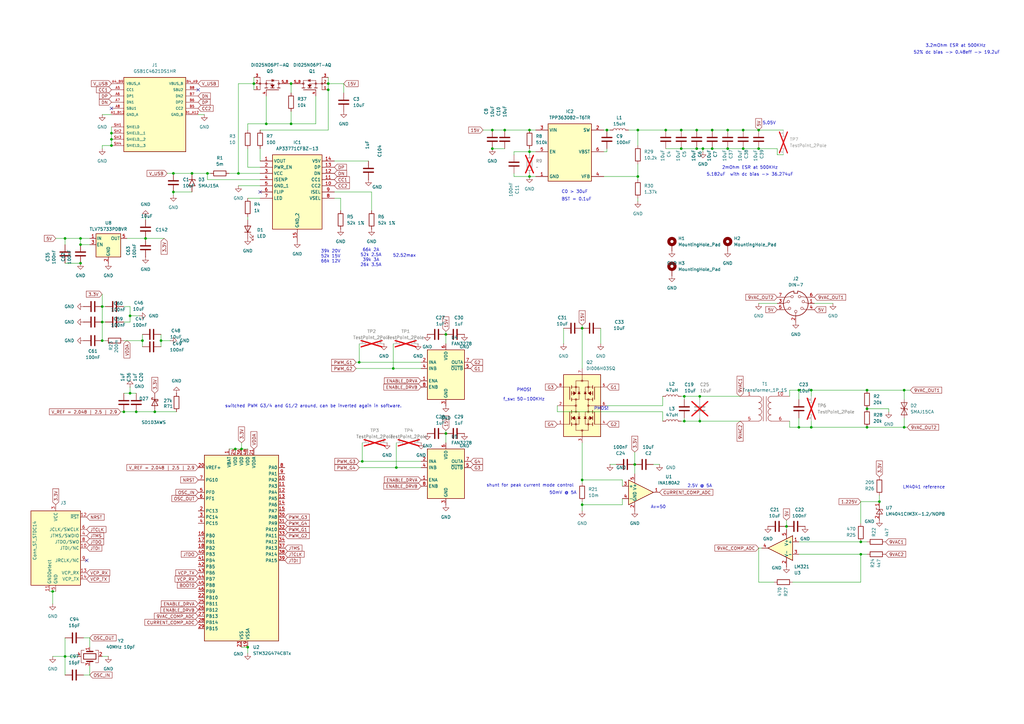
<source format=kicad_sch>
(kicad_sch (version 20250114) (generator "eeschema") (generator_version "9.0")

  (uuid "3c972f41-0cf6-4df5-8102-00aa652b6726")

  (paper "A3")

  (title_block
    (title "c64psu Project - Interactive Viewer")
  )

  

  (junction (at 119.38 50.8) (diameter 0) (color 0 0 0 0)
    (uuid "035d23c0-ad23-4f8c-ae10-1834b4e97699")
  )
  (junction (at 260.35 190.5) (diameter 0) (color 0 0 0 0)
    (uuid "03722880-bef1-454d-b314-15b96251ce1b")
  )
  (junction (at 21.59 242.57) (diameter 0) (color 0 0 0 0)
    (uuid "0f57ed08-4432-415e-a3a9-5672bdd80cc0")
  )
  (junction (at 280.67 162.56) (diameter 0) (color 0 0 0 0)
    (uuid "12ecabfa-d8ef-4780-a317-6a60de8a936a")
  )
  (junction (at 355.6 167.64) (diameter 0) (color 0 0 0 0)
    (uuid "16b84d46-82b7-4566-a38a-75f4cfe4c41d")
  )
  (junction (at 78.74 71.12) (diameter 0) (color 0 0 0 0)
    (uuid "19c81a47-1a6c-4f57-ac22-d5e3fe52c58c")
  )
  (junction (at 41.91 132.08) (diameter 0) (color 0 0 0 0)
    (uuid "1d1d1ab6-764f-42a9-93ad-0184c2ea06f6")
  )
  (junction (at 134.62 34.29) (diameter 0) (color 0 0 0 0)
    (uuid "23eebac0-ac3b-49bd-8fb1-36dc643651d8")
  )
  (junction (at 207.01 53.34) (diameter 0) (color 0 0 0 0)
    (uuid "2c57ee55-c831-46f7-af44-25ea83eeb4d0")
  )
  (junction (at 370.84 175.26) (diameter 0) (color 0 0 0 0)
    (uuid "2f24861c-ef24-458d-967e-bc71a864b0df")
  )
  (junction (at 134.62 36.83) (diameter 0) (color 0 0 0 0)
    (uuid "39ac35b5-d776-4c12-add6-f7941598251b")
  )
  (junction (at 355.6 160.02) (diameter 0) (color 0 0 0 0)
    (uuid "3a24b55c-41d4-4904-9b2b-01460b82eb79")
  )
  (junction (at 288.29 60.96) (diameter 0) (color 0 0 0 0)
    (uuid "40430a42-5211-40e9-9c36-09a906c4edd7")
  )
  (junction (at 311.15 53.34) (diameter 0) (color 0 0 0 0)
    (uuid "425891c6-89ac-45e9-b510-df12f2e1d800")
  )
  (junction (at 238.76 207.01) (diameter 0) (color 0 0 0 0)
    (uuid "430e658b-2771-43d7-84bc-af603779c5f4")
  )
  (junction (at 287.02 172.72) (diameter 0) (color 0 0 0 0)
    (uuid "437fee70-c38f-4212-803c-bc215c919ee0")
  )
  (junction (at 55.88 168.91) (diameter 0) (color 0 0 0 0)
    (uuid "447bde10-6b12-4cba-83d9-6cd9bdf4e762")
  )
  (junction (at 53.34 161.29) (diameter 0) (color 0 0 0 0)
    (uuid "46834ef6-84ad-4016-90b7-127283a5a136")
  )
  (junction (at 353.06 227.33) (diameter 0) (color 0 0 0 0)
    (uuid "4b49f67d-5afd-48f7-ac1b-41db64b015c6")
  )
  (junction (at 322.58 215.9) (diameter 0) (color 0 0 0 0)
    (uuid "4bbcee71-9414-4dd4-b8fd-68dd0ad17ba6")
  )
  (junction (at 59.69 97.79) (diameter 0) (color 0 0 0 0)
    (uuid "4c067608-37f8-44ab-9f5a-ca05f5ebc20d")
  )
  (junction (at 96.52 184.15) (diameter 0) (color 0 0 0 0)
    (uuid "4dde4f2d-8f05-42d9-bc35-b4091779f89c")
  )
  (junction (at 50.8 168.91) (diameter 0) (color 0 0 0 0)
    (uuid "4e451d9a-88aa-4732-83a2-084f0a9550c2")
  )
  (junction (at 279.4 60.96) (diameter 0) (color 0 0 0 0)
    (uuid "4e5d6310-77cc-4132-bfa8-3821b55c10aa")
  )
  (junction (at 104.14 34.29) (diameter 0) (color 0 0 0 0)
    (uuid "4efa7227-5d01-4225-b631-502d0774e31a")
  )
  (junction (at 101.6 265.43) (diameter 0) (color 0 0 0 0)
    (uuid "59cf2aac-ee56-4e2b-ad9f-feedf4e50f1f")
  )
  (junction (at 217.17 72.39) (diameter 0) (color 0 0 0 0)
    (uuid "660be8d9-fbde-4593-adc2-d4ac456fb172")
  )
  (junction (at 182.88 177.8) (diameter 0) (color 0 0 0 0)
    (uuid "686738d6-263c-4cc2-af57-2f41cb6b5e96")
  )
  (junction (at 298.45 53.34) (diameter 0) (color 0 0 0 0)
    (uuid "69b9bd20-c8e6-4614-b015-68eea0dfcc3a")
  )
  (junction (at 148.59 189.23) (diameter 0) (color 0 0 0 0)
    (uuid "7547cf25-3331-46eb-b9c0-061a835ada61")
  )
  (junction (at 311.15 60.96) (diameter 0) (color 0 0 0 0)
    (uuid "79461b3b-2fd1-46b2-8505-3a8fba7111d1")
  )
  (junction (at 304.8 53.34) (diameter 0) (color 0 0 0 0)
    (uuid "82bd5e2c-5b27-4c7d-8e77-4a3558f8c3bc")
  )
  (junction (at 99.06 184.15) (diameter 0) (color 0 0 0 0)
    (uuid "8d0a07f2-4018-45ac-a679-36dec95b38a3")
  )
  (junction (at 273.05 53.34) (diameter 0) (color 0 0 0 0)
    (uuid "8e7702ab-d341-4571-ac3c-3edf6226b2af")
  )
  (junction (at 119.38 34.29) (diameter 0) (color 0 0 0 0)
    (uuid "90b25ef5-402d-4f87-9f7c-9c2c48a20c65")
  )
  (junction (at 41.91 139.7) (diameter 0) (color 0 0 0 0)
    (uuid "98dca95e-f53f-48cc-ad8a-e0a0c66d3acb")
  )
  (junction (at 248.92 53.34) (diameter 0) (color 0 0 0 0)
    (uuid "99a62664-7465-41c7-99ab-c5e091af9817")
  )
  (junction (at 109.22 50.8) (diameter 0) (color 0 0 0 0)
    (uuid "9baf3492-f6ff-4e00-bfbb-98363ebc4cf5")
  )
  (junction (at 285.75 60.96) (diameter 0) (color 0 0 0 0)
    (uuid "a0d9a766-4f84-498f-b0f9-f8505ac4e4fb")
  )
  (junction (at 279.4 53.34) (diameter 0) (color 0 0 0 0)
    (uuid "a1b5120c-0b25-4352-bf0d-3a74c444e699")
  )
  (junction (at 201.93 53.34) (diameter 0) (color 0 0 0 0)
    (uuid "a1badd01-3b21-4085-999c-fb140d7e2bc4")
  )
  (junction (at 45.72 57.15) (diameter 0) (color 0 0 0 0)
    (uuid "a20f672a-41b0-441f-a36c-49bd442edd52")
  )
  (junction (at 97.79 71.12) (diameter 0) (color 0 0 0 0)
    (uuid "a24f1ce0-6da9-45cb-8232-16013191cfbe")
  )
  (junction (at 261.62 53.34) (diameter 0) (color 0 0 0 0)
    (uuid "a4a10ab1-ef3e-452f-9faa-3ba50cc54d8c")
  )
  (junction (at 182.88 137.16) (diameter 0) (color 0 0 0 0)
    (uuid "a52e8ee6-e110-4e91-a730-eda801763dcc")
  )
  (junction (at 370.84 160.02) (diameter 0) (color 0 0 0 0)
    (uuid "ab135de8-ae42-4a02-b908-b0b29e2ecb47")
  )
  (junction (at 360.68 205.74) (diameter 0) (color 0 0 0 0)
    (uuid "ae5846b7-3edf-4c22-a343-36acb92515fd")
  )
  (junction (at 332.74 175.26) (diameter 0) (color 0 0 0 0)
    (uuid "b0bc1805-0082-4401-ac2c-402394909063")
  )
  (junction (at 292.1 53.34) (diameter 0) (color 0 0 0 0)
    (uuid "b229ef49-11d8-48e3-9487-2835c6a11988")
  )
  (junction (at 45.72 59.69) (diameter 0) (color 0 0 0 0)
    (uuid "b3b2ceb0-a804-4660-89c8-276053d3f327")
  )
  (junction (at 33.02 100.33) (diameter 0) (color 0 0 0 0)
    (uuid "b3fc8180-d4c3-4854-9b33-443d5f21a5b8")
  )
  (junction (at 71.12 78.74) (diameter 0) (color 0 0 0 0)
    (uuid "b4187b28-45d5-4380-830b-b7080619ee64")
  )
  (junction (at 162.56 191.77) (diameter 0) (color 0 0 0 0)
    (uuid "b4bed920-4979-4c95-90d7-26de0c4a9974")
  )
  (junction (at 26.67 97.79) (diameter 0) (color 0 0 0 0)
    (uuid "b781b2d6-a895-4afd-8dfb-9fe1df7a9e7e")
  )
  (junction (at 287.02 162.56) (diameter 0) (color 0 0 0 0)
    (uuid "ba72b139-177c-4060-a3f6-eb10cb279832")
  )
  (junction (at 261.62 72.39) (diameter 0) (color 0 0 0 0)
    (uuid "babcfd71-e5b4-452c-90b1-4a4ae3e64a67")
  )
  (junction (at 26.67 269.24) (diameter 0) (color 0 0 0 0)
    (uuid "baf1dd0a-e36a-4b34-8020-93a3499e9ae2")
  )
  (junction (at 66.04 139.7) (diameter 0) (color 0 0 0 0)
    (uuid "bd464eec-7965-424c-afe4-193343d590dd")
  )
  (junction (at 217.17 53.34) (diameter 0) (color 0 0 0 0)
    (uuid "c421e81e-c524-48f2-be23-feeb267f1ee9")
  )
  (junction (at 58.42 139.7) (diameter 0) (color 0 0 0 0)
    (uuid "c4c980d0-e835-429d-b9a7-ad4b1b1960b3")
  )
  (junction (at 327.66 175.26) (diameter 0) (color 0 0 0 0)
    (uuid "c4e38f4a-f311-4e5e-9b4a-b04bf38bc335")
  )
  (junction (at 238.76 196.85) (diameter 0) (color 0 0 0 0)
    (uuid "c54bf8ea-f73b-4066-af45-96e59fd5121c")
  )
  (junction (at 292.1 60.96) (diameter 0) (color 0 0 0 0)
    (uuid "c5c633f9-8733-4d1e-96cb-70f558a6a5b7")
  )
  (junction (at 147.32 148.59) (diameter 0) (color 0 0 0 0)
    (uuid "c6173f5a-6721-4bc9-aff2-3c332520b4cd")
  )
  (junction (at 53.34 129.54) (diameter 0) (color 0 0 0 0)
    (uuid "c9009699-8921-4df5-9901-d6b1535b0221")
  )
  (junction (at 33.02 107.95) (diameter 0) (color 0 0 0 0)
    (uuid "c960621b-0d85-4761-8667-7429bf0a837c")
  )
  (junction (at 353.06 222.25) (diameter 0) (color 0 0 0 0)
    (uuid "cb963968-7093-4ecd-b0df-45e3c7e58b72")
  )
  (junction (at 332.74 160.02) (diameter 0) (color 0 0 0 0)
    (uuid "ce6d93e5-9943-4980-ad22-3cc495b0bb50")
  )
  (junction (at 327.66 160.02) (diameter 0) (color 0 0 0 0)
    (uuid "cfad84f8-a703-49b8-b9de-781927faa0d7")
  )
  (junction (at 298.45 60.96) (diameter 0) (color 0 0 0 0)
    (uuid "d5e8410c-2d0c-4a23-8f26-7cc77885cc9e")
  )
  (junction (at 71.12 71.12) (diameter 0) (color 0 0 0 0)
    (uuid "d95144ca-421e-42cd-8947-2c52c0d9a089")
  )
  (junction (at 238.76 134.62) (diameter 0) (color 0 0 0 0)
    (uuid "da245d33-fa1d-4148-9c83-7bd2bf9176ed")
  )
  (junction (at 201.93 60.96) (diameter 0) (color 0 0 0 0)
    (uuid "da864505-be2b-4611-85a0-6ab34dbe874a")
  )
  (junction (at 280.67 172.72) (diameter 0) (color 0 0 0 0)
    (uuid "dae54668-d2ac-43ed-979a-712aa9c0200d")
  )
  (junction (at 285.75 53.34) (diameter 0) (color 0 0 0 0)
    (uuid "dbd43649-9713-4a89-ad92-9b89637c7944")
  )
  (junction (at 45.72 54.61) (diameter 0) (color 0 0 0 0)
    (uuid "dda0f77d-1fc8-4c3c-8b60-ad9e2c30de79")
  )
  (junction (at 33.02 97.79) (diameter 0) (color 0 0 0 0)
    (uuid "dec2d450-c4d4-4a7e-b7d4-d457d015959b")
  )
  (junction (at 304.8 60.96) (diameter 0) (color 0 0 0 0)
    (uuid "e2087509-e685-4f50-bb68-ef7d1201b605")
  )
  (junction (at 63.5 168.91) (diameter 0) (color 0 0 0 0)
    (uuid "e235faec-6dca-4529-811b-654a13c5487d")
  )
  (junction (at 161.29 151.13) (diameter 0) (color 0 0 0 0)
    (uuid "eab2d6a9-1bc3-450d-b83a-3a4c5c6be614")
  )
  (junction (at 41.91 125.73) (diameter 0) (color 0 0 0 0)
    (uuid "ed1f93df-0488-4b4c-81e6-fd274be5c5e5")
  )
  (junction (at 217.17 62.23) (diameter 0) (color 0 0 0 0)
    (uuid "f4e6196c-323d-43fb-9cec-02b47074cdfa")
  )
  (junction (at 85.09 71.12) (diameter 0) (color 0 0 0 0)
    (uuid "fcb45f81-78a4-4b0f-938b-0a8effd429c2")
  )
  (junction (at 355.6 175.26) (diameter 0) (color 0 0 0 0)
    (uuid "ffa710d9-ea4d-40b2-a998-71a781d6df34")
  )

  (no_connect (at 35.56 229.87) (uuid "6eb24b60-2160-407a-abf0-228fa53b905f"))
  (no_connect (at 81.28 36.83) (uuid "a0dd31af-2bb8-4b09-9320-df59e89635d5"))
  (no_connect (at 106.68 78.74) (uuid "b67b68a5-047f-4c81-b975-ae4a6ee895d4"))
  (no_connect (at 45.72 44.45) (uuid "befb5081-9840-4f4f-8320-868555d91052"))

  (wire (pts (xy 146.05 148.59) (xy 147.32 148.59))
    (stroke (width 0) (type default))
    (uuid "05446da5-6aa8-4c7f-ac2a-3c60a1ef50b1")
  )
  (wire (pts (xy 271.78 166.37) (xy 271.78 162.56))
    (stroke (width 0) (type default))
    (uuid "05babd3e-108b-4f6c-9036-e0609b1abf04")
  )
  (wire (pts (xy 246.38 134.62) (xy 246.38 140.97))
    (stroke (width 0) (type default))
    (uuid "05e52c13-4fbb-40bf-bd77-0cf2ca6c531b")
  )
  (wire (pts (xy 279.4 162.56) (xy 280.67 162.56))
    (stroke (width 0) (type default))
    (uuid "0d4ed506-56dc-4198-a8b7-557a36e4a007")
  )
  (wire (pts (xy 353.06 238.76) (xy 353.06 227.33))
    (stroke (width 0) (type default))
    (uuid "0d75c7ff-dd83-4cf8-bf21-d6b74bf01b87")
  )
  (wire (pts (xy 162.56 191.77) (xy 172.72 191.77))
    (stroke (width 0) (type default))
    (uuid "0d91c39c-2f98-4de3-b1e6-5c6ca3db6130")
  )
  (wire (pts (xy 109.22 50.8) (xy 119.38 50.8))
    (stroke (width 0) (type default))
    (uuid "110c79b8-f077-45d8-8acd-555bcdb25eea")
  )
  (wire (pts (xy 101.6 53.34) (xy 101.6 50.8))
    (stroke (width 0) (type default))
    (uuid "11183ea6-bb9b-4ba5-8730-1752ce5ed817")
  )
  (wire (pts (xy 148.59 189.23) (xy 172.72 189.23))
    (stroke (width 0) (type default))
    (uuid "13d7fb4e-66df-4043-bc50-aa1c9684cef7")
  )
  (wire (pts (xy 41.91 46.99) (xy 45.72 46.99))
    (stroke (width 0) (type default))
    (uuid "14728dd0-b0ee-4fba-8eb8-d89f901ab49c")
  )
  (wire (pts (xy 355.6 167.64) (xy 364.49 167.64))
    (stroke (width 0) (type default))
    (uuid "14de9336-966d-417e-ab3b-395b0e707e35")
  )
  (wire (pts (xy 119.38 45.72) (xy 119.38 50.8))
    (stroke (width 0) (type default))
    (uuid "159ad255-0f5e-4596-bcef-52feb951c9c0")
  )
  (wire (pts (xy 41.91 132.08) (xy 41.91 139.7))
    (stroke (width 0) (type default))
    (uuid "15bb2db6-ebc2-42c0-a83d-4f2cacb0dcda")
  )
  (wire (pts (xy 182.88 135.89) (xy 182.88 137.16))
    (stroke (width 0) (type default))
    (uuid "161157e8-f0a3-4667-9084-09734d850cc0")
  )
  (wire (pts (xy 201.93 60.96) (xy 207.01 60.96))
    (stroke (width 0) (type default))
    (uuid "16f3a8f2-d5ef-410c-8860-ec5b835f58fe")
  )
  (wire (pts (xy 353.06 205.74) (xy 353.06 214.63))
    (stroke (width 0) (type default))
    (uuid "179fdb5c-89e9-4bed-bc07-533f4717ef95")
  )
  (wire (pts (xy 238.76 134.62) (xy 238.76 151.13))
    (stroke (width 0) (type default))
    (uuid "18f68d82-13b3-4b29-8e4b-47e0cb762ca9")
  )
  (wire (pts (xy 119.38 34.29) (xy 119.38 38.1))
    (stroke (width 0) (type default))
    (uuid "190d5523-d15a-4a16-955d-a22f20e2a2d7")
  )
  (wire (pts (xy 97.79 34.29) (xy 97.79 71.12))
    (stroke (width 0) (type default))
    (uuid "1a673e07-e46a-461c-9222-d8be826da6ea")
  )
  (wire (pts (xy 210.82 63.5) (xy 210.82 62.23))
    (stroke (width 0) (type default))
    (uuid "1ac04d22-c8ef-410c-b1c2-c68dc526e6df")
  )
  (wire (pts (xy 323.85 160.02) (xy 323.85 162.56))
    (stroke (width 0) (type default))
    (uuid "1b06bdc3-c7af-4691-acc2-1db15cf93c86")
  )
  (wire (pts (xy 280.67 162.56) (xy 280.67 163.83))
    (stroke (width 0) (type default))
    (uuid "1d01092a-833a-408b-962b-a5061fc06af1")
  )
  (wire (pts (xy 323.85 160.02) (xy 327.66 160.02))
    (stroke (width 0) (type default))
    (uuid "1d6c11e1-5056-4f23-96e3-dad1044f39a0")
  )
  (wire (pts (xy 96.52 184.15) (xy 93.98 184.15))
    (stroke (width 0) (type default))
    (uuid "1dd7436d-aa36-4d78-ac08-87c9bceadf8d")
  )
  (wire (pts (xy 327.66 222.25) (xy 353.06 222.25))
    (stroke (width 0) (type default))
    (uuid "1e9f00ab-1d28-433c-8c75-17bd95acc098")
  )
  (wire (pts (xy 66.04 139.7) (xy 69.85 139.7))
    (stroke (width 0) (type default))
    (uuid "1f8f6781-b0d9-4366-9290-a1d8cc1e47fd")
  )
  (wire (pts (xy 370.84 171.45) (xy 370.84 175.26))
    (stroke (width 0) (type default))
    (uuid "1f9394db-e46f-44a3-bd36-1dd3ba8a323d")
  )
  (wire (pts (xy 49.53 168.91) (xy 50.8 168.91))
    (stroke (width 0) (type default))
    (uuid "1fe82f60-84bc-4689-a0fb-6b45783591d2")
  )
  (wire (pts (xy 370.84 160.02) (xy 373.38 160.02))
    (stroke (width 0) (type default))
    (uuid "20b3c9a8-dc2d-4a43-bd21-77d9d26a4dd2")
  )
  (wire (pts (xy 311.15 238.76) (xy 317.5 238.76))
    (stroke (width 0) (type default))
    (uuid "21c86f3f-9513-42ac-b72c-1c636cebcc7a")
  )
  (wire (pts (xy 33.02 97.79) (xy 36.83 97.79))
    (stroke (width 0) (type default))
    (uuid "21f12306-a8fd-4c89-bcd8-7858b3ec6544")
  )
  (wire (pts (xy 292.1 53.34) (xy 298.45 53.34))
    (stroke (width 0) (type default))
    (uuid "245efbff-ae45-41b7-89ca-449ded9d29f1")
  )
  (wire (pts (xy 261.62 82.55) (xy 261.62 81.28))
    (stroke (width 0) (type default))
    (uuid "269cc68d-b4b8-49c4-82eb-88cbf3ba238f")
  )
  (wire (pts (xy 50.8 132.08) (xy 53.34 132.08))
    (stroke (width 0) (type default))
    (uuid "273c0758-793e-4ca5-a285-026cccfd791c")
  )
  (wire (pts (xy 311.15 53.34) (xy 321.31 53.34))
    (stroke (width 0) (type default))
    (uuid "27a10e10-ee17-461b-984d-8eeb7e12f176")
  )
  (wire (pts (xy 53.34 129.54) (xy 53.34 125.73))
    (stroke (width 0) (type default))
    (uuid "285ef9fb-673d-4f25-888d-9d010c49d13d")
  )
  (wire (pts (xy 323.85 175.26) (xy 323.85 172.72))
    (stroke (width 0) (type default))
    (uuid "28c1d837-926e-4ed4-bbae-f18500402f07")
  )
  (wire (pts (xy 148.59 181.61) (xy 148.59 189.23))
    (stroke (width 0) (type default))
    (uuid "2af301b0-7a1c-4118-ab47-4f1c494da249")
  )
  (wire (pts (xy 217.17 60.96) (xy 217.17 62.23))
    (stroke (width 0) (type default))
    (uuid "2d3b3d94-37fb-4f4a-b572-5e4b9665685a")
  )
  (wire (pts (xy 288.29 60.96) (xy 288.29 62.23))
    (stroke (width 0) (type default))
    (uuid "2ed70c1d-31e4-4cd7-abf2-2c5a8c05d91a")
  )
  (wire (pts (xy 161.29 140.97) (xy 161.29 151.13))
    (stroke (width 0) (type default))
    (uuid "2f22510e-6c23-4189-bf3d-e8f4dd209de3")
  )
  (wire (pts (xy 36.83 276.86) (xy 34.29 276.86))
    (stroke (width 0) (type default))
    (uuid "2f4367f0-0f53-4309-abf1-7b5219bd4fd8")
  )
  (wire (pts (xy 106.68 73.66) (xy 85.09 73.66))
    (stroke (width 0) (type default))
    (uuid "2f9095be-5378-4b4d-b47c-dafc25d431ce")
  )
  (wire (pts (xy 106.68 60.96) (xy 106.68 66.04))
    (stroke (width 0) (type default))
    (uuid "309978db-4acb-41c4-9b83-cfebd738bee2")
  )
  (wire (pts (xy 21.59 242.57) (xy 21.59 247.65))
    (stroke (width 0) (type default))
    (uuid "3653ece6-269d-49a6-b101-19555ce0fbf3")
  )
  (wire (pts (xy 355.6 160.02) (xy 370.84 160.02))
    (stroke (width 0) (type default))
    (uuid "365d31d9-2bde-4c68-bb66-e06e70797400")
  )
  (wire (pts (xy 85.09 73.66) (xy 85.09 71.12))
    (stroke (width 0) (type default))
    (uuid "380b46d3-90a5-4b76-aa8d-760262b35119")
  )
  (wire (pts (xy 68.58 71.12) (xy 71.12 71.12))
    (stroke (width 0) (type default))
    (uuid "391de27f-e6d5-4929-8067-d8722fe6a6ca")
  )
  (wire (pts (xy 66.04 137.16) (xy 66.04 139.7))
    (stroke (width 0) (type default))
    (uuid "3b0e183c-3122-4603-a6c7-ef8ea0c02d2d")
  )
  (wire (pts (xy 353.06 205.74) (xy 360.68 205.74))
    (stroke (width 0) (type default))
    (uuid "3c26f7d6-4f1f-44cd-9623-87edb058aaba")
  )
  (wire (pts (xy 327.66 160.02) (xy 332.74 160.02))
    (stroke (width 0) (type default))
    (uuid "3cfef8c0-5d98-4179-a63d-738200d24946")
  )
  (wire (pts (xy 59.69 90.17) (xy 59.69 88.9))
    (stroke (width 0) (type default))
    (uuid "3d1d1861-938b-4e9f-942e-f52d82b90f99")
  )
  (wire (pts (xy 26.67 269.24) (xy 31.75 269.24))
    (stroke (width 0) (type default))
    (uuid "3df8e84b-97ab-4d1d-bb6a-8fdaecc4f983")
  )
  (wire (pts (xy 292.1 60.96) (xy 298.45 60.96))
    (stroke (width 0) (type default))
    (uuid "3e104683-6826-4423-b704-495c1e90b955")
  )
  (wire (pts (xy 137.16 66.04) (xy 151.13 66.04))
    (stroke (width 0) (type default))
    (uuid "3fb0f07e-0bd7-4748-ba77-4e3374a4eee6")
  )
  (wire (pts (xy 327.66 160.02) (xy 327.66 163.83))
    (stroke (width 0) (type default))
    (uuid "409037cd-10be-45ac-8a6a-e8d2e8a4a00d")
  )
  (wire (pts (xy 152.4 78.74) (xy 152.4 86.36))
    (stroke (width 0) (type default))
    (uuid "42b426a9-3a61-462b-b8a7-e63a2a3529cd")
  )
  (wire (pts (xy 231.14 134.62) (xy 231.14 140.97))
    (stroke (width 0) (type default))
    (uuid "42f85a7b-7694-4275-86a1-699b6978a475")
  )
  (wire (pts (xy 260.35 190.5) (xy 260.35 194.31))
    (stroke (width 0) (type default))
    (uuid "435f8fea-8c3d-4699-adb6-5f3e90ae0f01")
  )
  (wire (pts (xy 273.05 60.96) (xy 279.4 60.96))
    (stroke (width 0) (type default))
    (uuid "43c3d6e6-5bc5-4417-aae5-c091e276e617")
  )
  (wire (pts (xy 101.6 68.58) (xy 101.6 60.96))
    (stroke (width 0) (type default))
    (uuid "43def9df-c0fc-4bd0-9846-26f0277d2288")
  )
  (wire (pts (xy 238.76 198.12) (xy 238.76 196.85))
    (stroke (width 0) (type default))
    (uuid "44b9a11f-d33c-48d7-9e99-fe0422aae235")
  )
  (wire (pts (xy 53.34 125.73) (xy 50.8 125.73))
    (stroke (width 0) (type default))
    (uuid "47cffc84-7629-4f37-b6dd-a646430480cb")
  )
  (wire (pts (xy 285.75 60.96) (xy 288.29 60.96))
    (stroke (width 0) (type default))
    (uuid "487e1bd6-7d8c-4dbd-85e4-14e8c00b748f")
  )
  (wire (pts (xy 287.02 172.72) (xy 303.53 172.72))
    (stroke (width 0) (type default))
    (uuid "48f7bf94-60b9-4d93-8eda-e822c9748462")
  )
  (wire (pts (xy 45.72 59.69) (xy 41.91 59.69))
    (stroke (width 0) (type default))
    (uuid "4b606363-9721-4cf7-a941-be0edd785f91")
  )
  (wire (pts (xy 101.6 88.9) (xy 101.6 90.17))
    (stroke (width 0) (type default))
    (uuid "4c0a5d3a-83f0-43e7-986d-ce571106ba15")
  )
  (wire (pts (xy 58.42 139.7) (xy 58.42 137.16))
    (stroke (width 0) (type default))
    (uuid "4c7a196c-7485-4913-a900-49784e56b6ab")
  )
  (wire (pts (xy 20.32 242.57) (xy 21.59 242.57))
    (stroke (width 0) (type default))
    (uuid "4ffa2fd2-4089-4d63-b4e4-139ad86d6b1c")
  )
  (wire (pts (xy 134.62 34.29) (xy 140.97 34.29))
    (stroke (width 0) (type default))
    (uuid "516f06d2-7d16-4eb3-abb7-32ce6408ec07")
  )
  (wire (pts (xy 71.12 71.12) (xy 78.74 71.12))
    (stroke (width 0) (type default))
    (uuid "52f44a92-512a-49d7-8387-0e030f3bae79")
  )
  (wire (pts (xy 182.88 137.16) (xy 182.88 140.97))
    (stroke (width 0) (type default))
    (uuid "5358b258-12c3-4258-b05b-58b611a4f7d2")
  )
  (wire (pts (xy 41.91 125.73) (xy 43.18 125.73))
    (stroke (width 0) (type default))
    (uuid "54c88f64-01a3-4202-9d6a-087e499688d3")
  )
  (wire (pts (xy 129.54 39.37) (xy 129.54 50.8))
    (stroke (width 0) (type default))
    (uuid "56e2e5da-5973-49e3-aa5f-e13ed5c34f9c")
  )
  (wire (pts (xy 271.78 172.72) (xy 271.78 168.91))
    (stroke (width 0) (type default))
    (uuid "57922330-19cc-46bc-bc65-9fd5bf9bf016")
  )
  (wire (pts (xy 137.16 78.74) (xy 152.4 78.74))
    (stroke (width 0) (type default))
    (uuid "583f600d-b4fa-43ce-8aa9-96e49bb229eb")
  )
  (wire (pts (xy 101.6 50.8) (xy 109.22 50.8))
    (stroke (width 0) (type default))
    (uuid "59ceb8a6-1daa-4541-90ff-20c6752b10be")
  )
  (wire (pts (xy 304.8 60.96) (xy 311.15 60.96))
    (stroke (width 0) (type default))
    (uuid "5a809a2a-3cc3-4e23-b87b-a3ed72338c0d")
  )
  (wire (pts (xy 210.82 71.12) (xy 210.82 72.39))
    (stroke (width 0) (type default))
    (uuid "5b589f95-6dd6-4598-9b90-6558533dc4d1")
  )
  (wire (pts (xy 248.92 166.37) (xy 271.78 166.37))
    (stroke (width 0) (type default))
    (uuid "5b7abd61-051f-4f69-92ee-0f7392c4489f")
  )
  (wire (pts (xy 250.19 190.5) (xy 252.73 190.5))
    (stroke (width 0) (type default))
    (uuid "5f2e953b-e784-4f89-a9f9-41a26a5c5eaa")
  )
  (wire (pts (xy 280.67 172.72) (xy 287.02 172.72))
    (stroke (width 0) (type default))
    (uuid "6059cc56-0607-42c2-a857-a87568155779")
  )
  (wire (pts (xy 33.02 100.33) (xy 36.83 100.33))
    (stroke (width 0) (type default))
    (uuid "617de3ac-a32c-42d4-82e7-e35d6ad53ba3")
  )
  (wire (pts (xy 99.06 184.15) (xy 96.52 184.15))
    (stroke (width 0) (type default))
    (uuid "63317604-84d8-4889-af90-831f52c81e59")
  )
  (wire (pts (xy 370.84 160.02) (xy 370.84 163.83))
    (stroke (width 0) (type default))
    (uuid "633e60b1-fea2-4055-9a0b-3465c196f8f0")
  )
  (wire (pts (xy 279.4 60.96) (xy 285.75 60.96))
    (stroke (width 0) (type default))
    (uuid "65121dd7-3668-4c7a-af70-3c4f7a483608")
  )
  (wire (pts (xy 318.77 63.5) (xy 318.77 60.96))
    (stroke (width 0) (type default))
    (uuid "65d079ec-2d46-4a28-ab2d-6d6cae73a124")
  )
  (wire (pts (xy 360.68 203.2) (xy 360.68 205.74))
    (stroke (width 0) (type default))
    (uuid "665963d2-4d02-4ee5-b452-31b1191c28cb")
  )
  (wire (pts (xy 323.85 175.26) (xy 327.66 175.26))
    (stroke (width 0) (type default))
    (uuid "678dcae1-c3a9-4c2d-b9b7-28fcaeaa289d")
  )
  (wire (pts (xy 134.62 53.34) (xy 134.62 36.83))
    (stroke (width 0) (type default))
    (uuid "68def574-da39-4d78-94c9-dabc8c3aabe9")
  )
  (wire (pts (xy 106.68 53.34) (xy 134.62 53.34))
    (stroke (width 0) (type default))
    (uuid "692be308-6b68-4705-acce-e022e648d347")
  )
  (wire (pts (xy 255.27 196.85) (xy 255.27 199.39))
    (stroke (width 0) (type default))
    (uuid "6adfb438-bfe3-4217-b989-76cfacfafc20")
  )
  (wire (pts (xy 280.67 162.56) (xy 287.02 162.56))
    (stroke (width 0) (type default))
    (uuid "6cbf915d-36b9-41de-ba96-94eb8fed6a96")
  )
  (wire (pts (xy 63.5 168.91) (xy 55.88 168.91))
    (stroke (width 0) (type default))
    (uuid "6e1d0b65-2147-40a7-ac62-ce0bc8d6ebf4")
  )
  (wire (pts (xy 83.82 46.99) (xy 81.28 46.99))
    (stroke (width 0) (type default))
    (uuid "6edd58bb-69da-4d51-b714-cbc4bb70498d")
  )
  (wire (pts (xy 318.77 60.96) (xy 311.15 60.96))
    (stroke (width 0) (type default))
    (uuid "6ee202f1-a05d-4c66-a94c-9def6095e2b8")
  )
  (wire (pts (xy 41.91 59.69) (xy 41.91 60.96))
    (stroke (width 0) (type default))
    (uuid "718d1832-c990-418e-8b6e-0b86aa284f22")
  )
  (wire (pts (xy 311.15 238.76) (xy 311.15 224.79))
    (stroke (width 0) (type default))
    (uuid "71c64c4f-ff22-449a-98fd-8780c0a4d18a")
  )
  (wire (pts (xy 45.72 57.15) (xy 45.72 59.69))
    (stroke (width 0) (type default))
    (uuid "73fa565e-45cc-4154-9a7d-2e624c839a86")
  )
  (wire (pts (xy 311.15 224.79) (xy 312.42 224.79))
    (stroke (width 0) (type default))
    (uuid "7413dd55-2d7e-4516-8c24-61cc71763307")
  )
  (wire (pts (xy 248.92 60.96) (xy 248.92 62.23))
    (stroke (width 0) (type default))
    (uuid "753269bd-533c-4de7-a2d7-ed2af958e6ce")
  )
  (wire (pts (xy 238.76 207.01) (xy 255.27 207.01))
    (stroke (width 0) (type default))
    (uuid "75dc482e-4309-4390-874f-79dcaead30bd")
  )
  (wire (pts (xy 238.76 196.85) (xy 255.27 196.85))
    (stroke (width 0) (type default))
    (uuid "77096e99-d99c-4130-b46d-949156a115df")
  )
  (wire (pts (xy 53.34 158.75) (xy 53.34 161.29))
    (stroke (width 0) (type default))
    (uuid "7844a93c-f22d-4138-9024-73f44cd49f18")
  )
  (wire (pts (xy 332.74 175.26) (xy 332.74 172.72))
    (stroke (width 0) (type default))
    (uuid "7890e010-955b-49e4-a221-13e38f2729f7")
  )
  (wire (pts (xy 322.58 213.36) (xy 322.58 215.9))
    (stroke (width 0) (type default))
    (uuid "78a5d0c4-5c80-4ee7-b13b-56a181468e52")
  )
  (wire (pts (xy 238.76 133.35) (xy 238.76 134.62))
    (stroke (width 0) (type default))
    (uuid "78ca85cc-6c58-42a5-9929-d74b31717963")
  )
  (wire (pts (xy 50.8 139.7) (xy 58.42 139.7))
    (stroke (width 0) (type default))
    (uuid "7a551672-6c95-4028-847f-a53bb00d8918")
  )
  (wire (pts (xy 71.12 80.01) (xy 71.12 78.74))
    (stroke (width 0) (type default))
    (uuid "7a9cf3c3-4aca-40de-9d77-a402ac3a1182")
  )
  (wire (pts (xy 288.29 60.96) (xy 292.1 60.96))
    (stroke (width 0) (type default))
    (uuid "7b1168b0-2474-4376-8595-9b0b6cc53d7d")
  )
  (wire (pts (xy 104.14 31.75) (xy 104.14 34.29))
    (stroke (width 0) (type default))
    (uuid "7b3d96f2-1478-41ab-840a-6f9f3fbfd41a")
  )
  (wire (pts (xy 287.02 162.56) (xy 287.02 163.83))
    (stroke (width 0) (type default))
    (uuid "7c030e12-f402-4cef-9273-1eea131a2630")
  )
  (wire (pts (xy 33.02 97.79) (xy 33.02 100.33))
    (stroke (width 0) (type default))
    (uuid "7c2ecb9f-862e-49fb-92bf-00f55e8fcaf2")
  )
  (wire (pts (xy 198.12 53.34) (xy 201.93 53.34))
    (stroke (width 0) (type default))
    (uuid "7c9d6a46-ec9d-4e01-a370-a71573e76268")
  )
  (wire (pts (xy 53.34 132.08) (xy 53.34 129.54))
    (stroke (width 0) (type default))
    (uuid "7d7862ca-3db5-4b23-b311-364aa9890bba")
  )
  (wire (pts (xy 238.76 181.61) (xy 238.76 196.85))
    (stroke (width 0) (type default))
    (uuid "7e330f21-4b39-4f74-847d-1a1d2a123c66")
  )
  (wire (pts (xy 273.05 53.34) (xy 279.4 53.34))
    (stroke (width 0) (type default))
    (uuid "7ed1d8da-40a4-4a63-abcf-850b6cb56b48")
  )
  (wire (pts (xy 247.65 72.39) (xy 261.62 72.39))
    (stroke (width 0) (type default))
    (uuid "804e396d-ee8a-4261-b0dd-d47827a535a9")
  )
  (wire (pts (xy 134.62 34.29) (xy 134.62 36.83))
    (stroke (width 0) (type default))
    (uuid "8152108a-0818-4a6e-94bd-13e12bc43a8a")
  )
  (wire (pts (xy 364.49 168.91) (xy 364.49 167.64))
    (stroke (width 0) (type default))
    (uuid "82b47de7-8885-4ec2-9832-b5f6da8b65d3")
  )
  (wire (pts (xy 99.06 181.61) (xy 99.06 184.15))
    (stroke (width 0) (type default))
    (uuid "8348e5ca-03b8-4e05-9360-81303fbe0810")
  )
  (wire (pts (xy 147.32 140.97) (xy 147.32 148.59))
    (stroke (width 0) (type default))
    (uuid "84ded0fc-8700-407a-8f79-a17501f8df80")
  )
  (wire (pts (xy 59.69 97.79) (xy 52.07 97.79))
    (stroke (width 0) (type default))
    (uuid "84fdbbc0-d6c0-4b90-99da-9ab795eef83b")
  )
  (wire (pts (xy 41.91 120.65) (xy 41.91 125.73))
    (stroke (width 0) (type default))
    (uuid "8a966390-4b90-4545-8f22-b7b72aedd8e6")
  )
  (wire (pts (xy 53.34 161.29) (xy 50.8 161.29))
    (stroke (width 0) (type default))
    (uuid "8bf0019e-1ce6-4f0a-900e-6573eba74309")
  )
  (wire (pts (xy 182.88 177.8) (xy 182.88 181.61))
    (stroke (width 0) (type default))
    (uuid "8c25ef2c-6da5-4255-8008-16229188f772")
  )
  (wire (pts (xy 217.17 72.39) (xy 219.71 72.39))
    (stroke (width 0) (type default))
    (uuid "8c42b630-225e-4a61-a10d-0b76f2017e64")
  )
  (wire (pts (xy 217.17 53.34) (xy 219.71 53.34))
    (stroke (width 0) (type default))
    (uuid "8c650baa-fe39-46e7-9634-d26f4c6db28f")
  )
  (wire (pts (xy 261.62 53.34) (xy 273.05 53.34))
    (stroke (width 0) (type default))
    (uuid "8d8abf0e-0f78-4dfe-9f2a-eb0101823a52")
  )
  (wire (pts (xy 287.02 171.45) (xy 287.02 172.72))
    (stroke (width 0) (type default))
    (uuid "8e7190b3-04a0-4fe4-ba9d-766d311da7c1")
  )
  (wire (pts (xy 104.14 34.29) (xy 104.14 36.83))
    (stroke (width 0) (type default))
    (uuid "8f14cee0-444f-4924-92d7-448dd89beafe")
  )
  (wire (pts (xy 217.17 62.23) (xy 217.17 63.5))
    (stroke (width 0) (type default))
    (uuid "8f2ac4e1-6a2c-4020-890b-b4a12323ff08")
  )
  (wire (pts (xy 332.74 160.02) (xy 355.6 160.02))
    (stroke (width 0) (type default))
    (uuid "8f7125c7-49fe-4579-bdbf-ae51709d451e")
  )
  (wire (pts (xy 146.05 151.13) (xy 161.29 151.13))
    (stroke (width 0) (type default))
    (uuid "905527ad-9a2d-4996-ad5f-0ad2124f5a2d")
  )
  (wire (pts (xy 36.83 261.62) (xy 34.29 261.62))
    (stroke (width 0) (type default))
    (uuid "914ad7ba-5fca-459f-ad25-a12e34a57b36")
  )
  (wire (pts (xy 287.02 162.56) (xy 303.53 162.56))
    (stroke (width 0) (type default))
    (uuid "9273d432-068b-40dd-9fef-b9e39ed0941a")
  )
  (wire (pts (xy 41.91 132.08) (xy 43.18 132.08))
    (stroke (width 0) (type default))
    (uuid "92a34b5c-63c0-4e2a-98ac-ff8e722102f0")
  )
  (wire (pts (xy 139.7 81.28) (xy 139.7 86.36))
    (stroke (width 0) (type default))
    (uuid "9359e7c0-de67-46c4-ab96-ff3a1f7e204c")
  )
  (wire (pts (xy 217.17 62.23) (xy 219.71 62.23))
    (stroke (width 0) (type default))
    (uuid "9647fb0f-4947-48b3-acf5-56804e2ec748")
  )
  (wire (pts (xy 325.12 238.76) (xy 353.06 238.76))
    (stroke (width 0) (type default))
    (uuid "96c9a80b-b362-4c30-a3f8-ef72611ef99d")
  )
  (wire (pts (xy 162.56 181.61) (xy 162.56 191.77))
    (stroke (width 0) (type default))
    (uuid "974408cf-b0c8-4b76-ae60-6f72f1db9a1d")
  )
  (wire (pts (xy 134.62 31.75) (xy 134.62 34.29))
    (stroke (width 0) (type default))
    (uuid "978b3560-ecf7-45bf-a17c-d1abfb6c590a")
  )
  (wire (pts (xy 161.29 151.13) (xy 172.72 151.13))
    (stroke (width 0) (type default))
    (uuid "99dfb76a-8163-41be-a987-361b024fdc86")
  )
  (wire (pts (xy 353.06 227.33) (xy 355.6 227.33))
    (stroke (width 0) (type default))
    (uuid "9aa93002-9ca7-4874-be8f-d90e588317ca")
  )
  (wire (pts (xy 66.04 139.7) (xy 66.04 142.24))
    (stroke (width 0) (type default))
    (uuid "9ac306ec-2078-40ee-a3e3-2f36e0116173")
  )
  (wire (pts (xy 41.91 269.24) (xy 44.45 269.24))
    (stroke (width 0) (type default))
    (uuid "9c20504a-4362-4816-bd68-e0f7e3d3256e")
  )
  (wire (pts (xy 43.18 139.7) (xy 41.91 139.7))
    (stroke (width 0) (type default))
    (uuid "9d1b6eda-d8e3-4450-89f5-b9b2d1e727d4")
  )
  (wire (pts (xy 247.65 53.34) (xy 248.92 53.34))
    (stroke (width 0) (type default))
    (uuid "9db2fe80-f627-4ea7-9353-2420474bb8db")
  )
  (wire (pts (xy 99.06 265.43) (xy 101.6 265.43))
    (stroke (width 0) (type default))
    (uuid "9f184ea5-dbed-4661-a9bd-2a691aad7a80")
  )
  (wire (pts (xy 97.79 71.12) (xy 106.68 71.12))
    (stroke (width 0) (type default))
    (uuid "a048a5ba-5913-445d-8c33-2450f52da74f")
  )
  (wire (pts (xy 327.66 175.26) (xy 332.74 175.26))
    (stroke (width 0) (type default))
    (uuid "a156c318-5105-4687-b681-95483aa65499")
  )
  (wire (pts (xy 285.75 53.34) (xy 292.1 53.34))
    (stroke (width 0) (type default))
    (uuid "a2449a89-a8f3-481a-b9de-59aa0d17ee45")
  )
  (wire (pts (xy 22.86 97.79) (xy 26.67 97.79))
    (stroke (width 0) (type default))
    (uuid "a5fd40ba-39b4-4ff5-9628-b6c14adc2faf")
  )
  (wire (pts (xy 217.17 71.12) (xy 217.17 72.39))
    (stroke (width 0) (type default))
    (uuid "a673719c-90ed-4b42-9788-e3a950e511ea")
  )
  (wire (pts (xy 36.83 265.43) (xy 36.83 261.62))
    (stroke (width 0) (type default))
    (uuid "aa9105c5-c5a9-4fc4-837b-8e86113c81ad")
  )
  (wire (pts (xy 334.01 124.46) (xy 341.63 124.46))
    (stroke (width 0) (type default))
    (uuid "aacdd408-2d0e-46dd-977a-28eedd3c4d6a")
  )
  (wire (pts (xy 57.15 129.54) (xy 53.34 129.54))
    (stroke (width 0) (type default))
    (uuid "b0543185-d357-4d5e-a6cb-c6f1851d2adc")
  )
  (wire (pts (xy 93.98 71.12) (xy 97.79 71.12))
    (stroke (width 0) (type default))
    (uuid "b0b9d538-4b9d-465e-9558-7f3b2445ff02")
  )
  (wire (pts (xy 311.15 124.46) (xy 318.77 124.46))
    (stroke (width 0) (type default))
    (uuid "b4a5f177-4508-4019-9c00-823040e5fe10")
  )
  (wire (pts (xy 332.74 175.26) (xy 355.6 175.26))
    (stroke (width 0) (type default))
    (uuid "b90901f6-a4f7-4e56-a5ee-21f6feadf5fe")
  )
  (wire (pts (xy 353.06 222.25) (xy 355.6 222.25))
    (stroke (width 0) (type default))
    (uuid "b94904e6-3549-4c60-98fe-9400e102af04")
  )
  (wire (pts (xy 85.09 71.12) (xy 86.36 71.12))
    (stroke (width 0) (type default))
    (uuid "ba177a6b-4343-4c21-8d87-65dc90fc6dc1")
  )
  (wire (pts (xy 109.22 39.37) (xy 109.22 50.8))
    (stroke (width 0) (type default))
    (uuid "bb6547cb-fdf7-4581-83f5-649feaa3661b")
  )
  (wire (pts (xy 26.67 269.24) (xy 26.67 276.86))
    (stroke (width 0) (type default))
    (uuid "bb685ad2-68b9-4705-bc18-90f9023197a1")
  )
  (wire (pts (xy 279.4 172.72) (xy 280.67 172.72))
    (stroke (width 0) (type default))
    (uuid "bc7e83de-cfdc-4f5a-b4ec-605f65306328")
  )
  (wire (pts (xy 298.45 53.34) (xy 304.8 53.34))
    (stroke (width 0) (type default))
    (uuid "c13d38f3-411c-4c82-b668-5b41246b99e8")
  )
  (wire (pts (xy 322.58 215.9) (xy 322.58 217.17))
    (stroke (width 0) (type default))
    (uuid "c1b7a06d-bf8a-43d1-a170-895d8acb73f3")
  )
  (wire (pts (xy 55.88 161.29) (xy 53.34 161.29))
    (stroke (width 0) (type default))
    (uuid "c2ac432a-c125-437a-bd35-c90f05896e4d")
  )
  (wire (pts (xy 45.72 52.07) (xy 45.72 54.61))
    (stroke (width 0) (type default))
    (uuid "c56f1767-337f-4433-842c-3773663993c5")
  )
  (wire (pts (xy 137.16 81.28) (xy 139.7 81.28))
    (stroke (width 0) (type default))
    (uuid "c62bb9b5-da27-427e-b4c2-b35e357d386e")
  )
  (wire (pts (xy 78.74 71.12) (xy 85.09 71.12))
    (stroke (width 0) (type default))
    (uuid "c6746a31-61d0-4f61-a684-69de0f32180d")
  )
  (wire (pts (xy 260.35 185.42) (xy 260.35 190.5))
    (stroke (width 0) (type default))
    (uuid "c7bb3de6-079f-4088-b159-474d52c18383")
  )
  (wire (pts (xy 201.93 53.34) (xy 207.01 53.34))
    (stroke (width 0) (type default))
    (uuid "c92bd369-fe7b-41f3-bd4a-5900f5741739")
  )
  (wire (pts (xy 261.62 53.34) (xy 257.81 53.34))
    (stroke (width 0) (type default))
    (uuid "c9761b67-ad7b-4bfe-b56c-efcd57f05c0f")
  )
  (wire (pts (xy 210.82 72.39) (xy 217.17 72.39))
    (stroke (width 0) (type default))
    (uuid "ca40592c-84a2-4b8e-be5a-b10ad15485c3")
  )
  (wire (pts (xy 304.8 53.34) (xy 311.15 53.34))
    (stroke (width 0) (type default))
    (uuid "ca668028-ce2b-4e16-a73f-74e9a0c70a00")
  )
  (wire (pts (xy 21.59 242.57) (xy 22.86 242.57))
    (stroke (width 0) (type default))
    (uuid "cb4df33a-b2d1-489e-b17b-f7cf7fc65a69")
  )
  (wire (pts (xy 101.6 81.28) (xy 106.68 81.28))
    (stroke (width 0) (type default))
    (uuid "cffc6d63-f65f-42fa-8884-e5ee270c7150")
  )
  (wire (pts (xy 67.31 97.79) (xy 59.69 97.79))
    (stroke (width 0) (type default))
    (uuid "d17a97fe-8eec-4ce4-984d-5eccc58e068c")
  )
  (wire (pts (xy 50.8 168.91) (xy 55.88 168.91))
    (stroke (width 0) (type default))
    (uuid "d1fdf685-a079-4822-b4bd-4a5423ce1105")
  )
  (wire (pts (xy 97.79 76.2) (xy 106.68 76.2))
    (stroke (width 0) (type default))
    (uuid "d3cb49fa-24f9-4b5e-9f91-606513ca69dc")
  )
  (wire (pts (xy 271.78 168.91) (xy 228.6 168.91))
    (stroke (width 0) (type default))
    (uuid "d64c14fe-9975-4f64-a833-67a984018938")
  )
  (wire (pts (xy 280.67 171.45) (xy 280.67 172.72))
    (stroke (width 0) (type default))
    (uuid "d6de3756-fa38-4287-946c-0e2d05b7f0c9")
  )
  (wire (pts (xy 279.4 53.34) (xy 285.75 53.34))
    (stroke (width 0) (type default))
    (uuid "d909becc-7666-4bb6-861a-a21afe02cf83")
  )
  (wire (pts (xy 101.6 184.15) (xy 99.06 184.15))
    (stroke (width 0) (type default))
    (uuid "da336d1e-f6aa-45e8-87ad-1b9aaac42123")
  )
  (wire (pts (xy 238.76 209.55) (xy 238.76 207.01))
    (stroke (width 0) (type default))
    (uuid "dacf4aa9-e45e-42b0-9d91-ff669ed0c6cb")
  )
  (wire (pts (xy 106.68 68.58) (xy 101.6 68.58))
    (stroke (width 0) (type default))
    (uuid "dcc8833d-cdf2-4c05-bba9-0af96d0d2e84")
  )
  (wire (pts (xy 119.38 50.8) (xy 129.54 50.8))
    (stroke (width 0) (type default))
    (uuid "dd693d80-0f3e-4969-b7e4-2a88d8705e30")
  )
  (wire (pts (xy 26.67 261.62) (xy 26.67 269.24))
    (stroke (width 0) (type default))
    (uuid "ddf27f11-837c-4ea0-939e-afeb4eec9079")
  )
  (wire (pts (xy 147.32 191.77) (xy 162.56 191.77))
    (stroke (width 0) (type default))
    (uuid "de3275b7-1d11-4c06-b802-211d730aff05")
  )
  (wire (pts (xy 140.97 34.29) (xy 140.97 38.1))
    (stroke (width 0) (type default))
    (uuid "e2a395e1-96e9-4ccc-a133-9feffe4ad12e")
  )
  (wire (pts (xy 255.27 207.01) (xy 255.27 204.47))
    (stroke (width 0) (type default))
    (uuid "e4ce82c8-fba9-41a9-aad4-6026b70b874b")
  )
  (wire (pts (xy 58.42 139.7) (xy 58.42 142.24))
    (stroke (width 0) (type default))
    (uuid "e5a2f7c3-4b73-463f-bef6-b19a9957d698")
  )
  (wire (pts (xy 238.76 205.74) (xy 238.76 207.01))
    (stroke (width 0) (type default))
    (uuid "e78a0761-9b15-4360-8ebe-5b0e5e0cede4")
  )
  (wire (pts (xy 104.14 34.29) (xy 97.79 34.29))
    (stroke (width 0) (type default))
    (uuid "e7d08474-ffdc-4677-b384-37dadab4aa5c")
  )
  (wire (pts (xy 26.67 97.79) (xy 33.02 97.79))
    (stroke (width 0) (type default))
    (uuid "e81b1c08-ff15-441b-aef7-a66f25362d55")
  )
  (wire (pts (xy 147.32 189.23) (xy 148.59 189.23))
    (stroke (width 0) (type default))
    (uuid "e84047e1-e3f8-4817-9756-cd38c4269b7f")
  )
  (wire (pts (xy 210.82 62.23) (xy 217.17 62.23))
    (stroke (width 0) (type default))
    (uuid "e862b9c8-d8dd-4354-8ffe-32a78d448213")
  )
  (wire (pts (xy 71.12 78.74) (xy 78.74 78.74))
    (stroke (width 0) (type default))
    (uuid "e95b7da6-b309-442c-9b0e-1f9242e30753")
  )
  (wire (pts (xy 147.32 148.59) (xy 172.72 148.59))
    (stroke (width 0) (type default))
    (uuid "e9e22e5c-deb3-4097-85b0-50ad1f201ecd")
  )
  (wire (pts (xy 327.66 171.45) (xy 327.66 175.26))
    (stroke (width 0) (type default))
    (uuid "ec0463d1-10b4-47ba-afb7-f1653bf449f5")
  )
  (wire (pts (xy 298.45 60.96) (xy 304.8 60.96))
    (stroke (width 0) (type default))
    (uuid "ed158753-c09d-41f4-838d-d5547770a286")
  )
  (wire (pts (xy 36.83 273.05) (xy 36.83 276.86))
    (stroke (width 0) (type default))
    (uuid "ed1dd9b8-e079-4955-887f-c376cc7de9b3")
  )
  (wire (pts (xy 370.84 175.26) (xy 372.11 175.26))
    (stroke (width 0) (type default))
    (uuid "ed4fff9d-9789-490d-9cf9-da1a3335e53e")
  )
  (wire (pts (xy 321.31 63.5) (xy 318.77 63.5))
    (stroke (width 0) (type default))
    (uuid "edad6ba7-8c47-4b3a-b6a7-df9d16f9e096")
  )
  (wire (pts (xy 207.01 53.34) (xy 217.17 53.34))
    (stroke (width 0) (type default))
    (uuid "ef0e077b-eba3-4d14-a249-a3e7ae6df377")
  )
  (wire (pts (xy 248.92 62.23) (xy 247.65 62.23))
    (stroke (width 0) (type default))
    (uuid "efb9409b-8b62-482f-bcf9-fdc38d7b3f88")
  )
  (wire (pts (xy 261.62 67.31) (xy 261.62 72.39))
    (stroke (width 0) (type default))
    (uuid "eff8454b-56e7-439e-ac85-684e8d8e4440")
  )
  (wire (pts (xy 248.92 53.34) (xy 250.19 53.34))
    (stroke (width 0) (type default))
    (uuid "f0cf4b45-2aa5-40b7-a46f-6bb489c30405")
  )
  (wire (pts (xy 332.74 162.56) (xy 332.74 160.02))
    (stroke (width 0) (type default))
    (uuid "f150e2e9-6deb-438d-ae8e-c6d503ae0b92")
  )
  (wire (pts (xy 261.62 73.66) (xy 261.62 72.39))
    (stroke (width 0) (type default))
    (uuid "f16d05a0-a1d5-46e1-8f98-ac061f3de834")
  )
  (wire (pts (xy 72.39 168.91) (xy 63.5 168.91))
    (stroke (width 0) (type default))
    (uuid "f1ccc34f-0717-4b3a-869a-af3b8efbf42d")
  )
  (wire (pts (xy 21.59 269.24) (xy 26.67 269.24))
    (stroke (width 0) (type default))
    (uuid "f22f9976-f9f5-4ffc-b2cf-5c0c2f403af6")
  )
  (wire (pts (xy 101.6 267.97) (xy 101.6 265.43))
    (stroke (width 0) (type default))
    (uuid "f3a50714-cd17-4d24-be80-d690bf588168")
  )
  (wire (pts (xy 45.72 54.61) (xy 45.72 57.15))
    (stroke (width 0) (type default))
    (uuid "f4c21bbb-1648-4414-bf5b-38209a9c70cf")
  )
  (wire (pts (xy 26.67 107.95) (xy 33.02 107.95))
    (stroke (width 0) (type default))
    (uuid "f59d023d-dac4-4fca-bb28-73e550dbb8b1")
  )
  (wire (pts (xy 355.6 175.26) (xy 370.84 175.26))
    (stroke (width 0) (type default))
    (uuid "f6d00e8d-b777-49f8-b4ca-dfc029123f3d")
  )
  (wire (pts (xy 41.91 125.73) (xy 41.91 132.08))
    (stroke (width 0) (type default))
    (uuid "f7f34884-832c-45e4-a206-3e2098232be8")
  )
  (wire (pts (xy 327.66 227.33) (xy 353.06 227.33))
    (stroke (width 0) (type default))
    (uuid "fb139796-d550-44eb-83f7-471d156d04b7")
  )
  (wire (pts (xy 26.67 97.79) (xy 26.67 100.33))
    (stroke (width 0) (type default))
    (uuid "fbdad19e-4216-45cb-97a1-a89a0b15130d")
  )
  (wire (pts (xy 182.88 176.53) (xy 182.88 177.8))
    (stroke (width 0) (type default))
    (uuid "fc88051d-919b-4d68-ad2e-8a91e6ec28f1")
  )
  (wire (pts (xy 270.51 190.5) (xy 267.97 190.5))
    (stroke (width 0) (type default))
    (uuid "fc89d4d2-b9bc-49e1-ae52-9be06eaffa23")
  )
  (wire (pts (xy 261.62 59.69) (xy 261.62 53.34))
    (stroke (width 0) (type default))
    (uuid "fcfd4b8a-e467-41d2-a6e5-44c383d5bc3a")
  )
  (wire (pts (xy 228.6 168.91) (xy 228.6 166.37))
    (stroke (width 0) (type default))
    (uuid "fee6e92b-6c4d-4168-80a6-b2dddb67e7e8")
  )
  (text "TODO: remove R37, 10k GS resistor" (exclude_from_sim no) (at 150.622 -44.196 0)
    (effects (font (size 7.62 7.62)))
    (uuid "0b5b4f49-edf2-4f9b-b1c0-75d7bf37ad9e")
  )
  (text "switched PWM G3/4 and G1/2 around, can be inverted again in software." (exclude_from_sim no) (at 128.524 166.624 0)
    (effects (font (size 1.27 1.27)))
    (uuid "0e8b58b0-573b-445f-8859-03589f6b4c13")
  )
  (text "TODO: add 5.1k resistors on CC1, CC2 to GND" (exclude_from_sim no) (at 147.32 -25.146 0)
    (effects (font (size 7.62 7.62)))
    (uuid "1148533e-7dbf-4ed4-a4a9-da03ab85c2ba")
  )
  (text "52.52max" (exclude_from_sim no) (at 165.862 104.902 0)
    (effects (font (size 1.27 1.27)))
    (uuid "18e1bcb5-4942-4729-8a38-39d5a8855e62")
  )
  (text "f_sw: 50-100KHz" (exclude_from_sim no) (at 214.884 163.83 0)
    (effects (font (size 1.27 1.27)))
    (uuid "234528d0-1e10-47ee-b27a-194397580f26")
  )
  (text "TODO: add 15V TVS on transformer input" (exclude_from_sim no) (at 147.32 -67.564 0)
    (effects (font (size 7.62 7.62)))
    (uuid "24f19e04-1d3c-48b7-8e24-aeac8b3475a9")
  )
  (text "C0 > 30uF" (exclude_from_sim no) (at 235.712 78.74 0)
    (effects (font (size 1.27 1.27)))
    (uuid "39862c9c-c09c-4b15-91fe-688dded6529f")
  )
  (text "TODO: connect NRST and BOOT0" (exclude_from_sim no) (at 144.526 -89.916 0)
    (effects (font (size 7.62 7.62)))
    (uuid "39c9cd44-a523-4375-8f51-61d0937d7d99")
  )
  (text "2mOhm ESR at 500KHz" (exclude_from_sim no) (at 307.594 68.834 0)
    (effects (font (size 1.27 1.27)))
    (uuid "51e1654c-827e-4684-9006-cd954eae2f25")
  )
  (text "5.05V" (exclude_from_sim no) (at 315.468 50.546 0)
    (effects (font (size 1.27 1.27)))
    (uuid "5f160f3f-ac2d-49c9-a3fc-c31efea8403e")
  )
  (text "5.182uF  with dc bias -> 36.274uF" (exclude_from_sim no) (at 307.594 71.628 0)
    (effects (font (size 1.27 1.27)))
    (uuid "6bb95b7d-18e2-49f0-bbc2-2313eb93db39")
  )
  (text "2.5V @ 5A" (exclude_from_sim no) (at 287.02 199.39 0)
    (effects (font (size 1.27 1.27)))
    (uuid "806b4fdb-9869-44bf-8c9f-2be4bc2eff6b")
  )
  (text "PMOS!" (exclude_from_sim no) (at 214.884 160.02 0)
    (effects (font (size 1.27 1.27)))
    (uuid "8133b68a-e2d1-4f5e-87f4-42ae7a9baa61")
  )
  (text "PMOS!" (exclude_from_sim no) (at 246.634 167.64 0)
    (effects (font (size 1.27 1.27)))
    (uuid "868a4c98-cb9c-4f26-a8d9-50a8a1f8ad13")
  )
  (text "3.2mOhm ESR at 500KHz" (exclude_from_sim no) (at 391.922 18.796 0)
    (effects (font (size 1.27 1.27)))
    (uuid "942f0fa1-95ce-4cca-b9ce-7354f8577e1d")
  )
  (text "50mV @ 5A" (exclude_from_sim no) (at 230.886 202.184 0)
    (effects (font (size 1.27 1.27)))
    (uuid "a4b38243-0b55-47ea-8aed-e6b60c0b10eb")
  )
  (text "Av=50" (exclude_from_sim no) (at 270.002 208.026 0)
    (effects (font (size 1.27 1.27)))
    (uuid "bfb800b4-4e34-4e00-ae5f-d2a96ac238e0")
  )
  (text "52% dc bias -> 0.48eff -> 19.2uF" (exclude_from_sim no) (at 392.43 21.59 0)
    (effects (font (size 1.27 1.27)))
    (uuid "d935ef20-b823-44b7-bc5f-5563ac11d6f1")
  )
  (text "66k 2A\n52k 2.5A\n39k 3A\n26k 3.5A" (exclude_from_sim no) (at 152.146 105.664 0)
    (effects (font (size 1.27 1.27)))
    (uuid "d98d8af5-838d-49b2-89e0-78828e67e804")
  )
  (text "shunt for peak current mode control" (exclude_from_sim no) (at 217.424 199.136 0)
    (effects (font (size 1.27 1.27)))
    (uuid "dc495c54-4fb0-4df9-95a4-480faf46cf4a")
  )
  (text "39k 20V\n52k 15V\n66k 12V" (exclude_from_sim no) (at 135.636 105.156 0)
    (effects (font (size 1.27 1.27)))
    (uuid "f762216d-93f4-4a5e-9193-004a2d5e5fc5")
  )
  (text "BST = 0.1uF" (exclude_from_sim no) (at 236.474 81.788 0)
    (effects (font (size 1.27 1.27)))
    (uuid "fb20c05f-0576-4b1e-8b88-c03950a5fb9e")
  )
  (text "LM4041 reference" (exclude_from_sim no) (at 378.968 199.898 0)
    (effects (font (size 1.27 1.27)))
    (uuid "fb6e896d-f28c-4020-9da6-6ec15bec82b7")
  )

  (global_label "DN" (shape input) (at 81.28 39.37 0) (fields_autoplaced)
    (effects (font (size 1.27 1.27)) (justify left))
    (uuid "052b70a9-6509-4126-8928-045718b602de")
    (property "Intersheetrefs" "${INTERSHEET_REFS}" (at 86.8657 39.37 0)
      (effects (font (size 1.27 1.27)) (justify left) (hide yes))
    )
  )
  (global_label "15V" (shape input) (at 182.88 176.53 90) (fields_autoplaced)
    (effects (font (size 1.27 1.27)) (justify left))
    (uuid "062c8345-8ccb-4cad-8e95-d00298a822ff")
    (property "Intersheetrefs" "${INTERSHEET_REFS}" (at 182.88 170.0372 90)
      (effects (font (size 1.27 1.27)) (justify left) (hide yes))
    )
  )
  (global_label "JTMS" (shape input) (at 35.56 219.71 0) (fields_autoplaced)
    (effects (font (size 1.27 1.27)) (justify left))
    (uuid "0827adec-72ba-413d-af79-6b7dfca77ca5")
    (property "Intersheetrefs" "${INTERSHEET_REFS}" (at 43.1413 219.71 0)
      (effects (font (size 1.27 1.27)) (justify left) (hide yes))
    )
  )
  (global_label "ENABLE_DRVB" (shape input) (at 172.72 158.75 180) (fields_autoplaced)
    (effects (font (size 1.27 1.27)) (justify right))
    (uuid "0b2da689-cff2-4319-84f3-1855f838e9ac")
    (property "Intersheetrefs" "${INTERSHEET_REFS}" (at 156.8534 158.75 0)
      (effects (font (size 1.27 1.27)) (justify right) (hide yes))
    )
  )
  (global_label "G1" (shape input) (at 193.04 151.13 0) (fields_autoplaced)
    (effects (font (size 1.27 1.27)) (justify left))
    (uuid "0b5c6b46-1c6b-4a67-aee6-71c805ae5c0d")
    (property "Intersheetrefs" "${INTERSHEET_REFS}" (at 198.5047 151.13 0)
      (effects (font (size 1.27 1.27)) (justify left) (hide yes))
    )
  )
  (global_label "JTDI" (shape input) (at 116.84 229.87 0) (fields_autoplaced)
    (effects (font (size 1.27 1.27)) (justify left))
    (uuid "0b944950-7dd1-4f54-9cb9-618c5d9ec3ea")
    (property "Intersheetrefs" "${INTERSHEET_REFS}" (at 123.6352 229.87 0)
      (effects (font (size 1.27 1.27)) (justify left) (hide yes))
    )
  )
  (global_label "ENABLE_DRVA" (shape input) (at 172.72 196.85 180) (fields_autoplaced)
    (effects (font (size 1.27 1.27)) (justify right))
    (uuid "131ebbbd-c20e-46bb-b668-ec42bb183aed")
    (property "Intersheetrefs" "${INTERSHEET_REFS}" (at 157.0348 196.85 0)
      (effects (font (size 1.27 1.27)) (justify right) (hide yes))
    )
  )
  (global_label "JTDI" (shape input) (at 35.56 224.79 0) (fields_autoplaced)
    (effects (font (size 1.27 1.27)) (justify left))
    (uuid "13a952c5-c172-43b8-9313-9bc084cc763d")
    (property "Intersheetrefs" "${INTERSHEET_REFS}" (at 42.3552 224.79 0)
      (effects (font (size 1.27 1.27)) (justify left) (hide yes))
    )
  )
  (global_label "CC2" (shape input) (at 137.16 76.2 0) (fields_autoplaced)
    (effects (font (size 1.27 1.27)) (justify left))
    (uuid "15db7c3f-9a02-4b4f-8201-45a1d8a664f3")
    (property "Intersheetrefs" "${INTERSHEET_REFS}" (at 143.8947 76.2 0)
      (effects (font (size 1.27 1.27)) (justify left) (hide yes))
    )
  )
  (global_label "DN" (shape input) (at 45.72 41.91 180) (fields_autoplaced)
    (effects (font (size 1.27 1.27)) (justify right))
    (uuid "19db94c9-fbf0-4608-8e85-72b0ca540501")
    (property "Intersheetrefs" "${INTERSHEET_REFS}" (at 40.1343 41.91 0)
      (effects (font (size 1.27 1.27)) (justify right) (hide yes))
    )
  )
  (global_label "ENABLE_DRVB" (shape input) (at 172.72 199.39 180) (fields_autoplaced)
    (effects (font (size 1.27 1.27)) (justify right))
    (uuid "1cc51a6c-1a95-49a2-a0a5-8c3c666831e6")
    (property "Intersheetrefs" "${INTERSHEET_REFS}" (at 156.8534 199.39 0)
      (effects (font (size 1.27 1.27)) (justify right) (hide yes))
    )
  )
  (global_label "G3" (shape input) (at 228.6 158.75 180) (fields_autoplaced)
    (effects (font (size 1.27 1.27)) (justify right))
    (uuid "1d710c22-b043-40d3-b205-850fd493a4b3")
    (property "Intersheetrefs" "${INTERSHEET_REFS}" (at 223.1353 158.75 0)
      (effects (font (size 1.27 1.27)) (justify right) (hide yes))
    )
  )
  (global_label "ENABLE_DRVA" (shape input) (at 172.72 156.21 180) (fields_autoplaced)
    (effects (font (size 1.27 1.27)) (justify right))
    (uuid "1f35705f-6fd7-4fc8-9222-f8b02b25ebf0")
    (property "Intersheetrefs" "${INTERSHEET_REFS}" (at 157.0348 156.21 0)
      (effects (font (size 1.27 1.27)) (justify right) (hide yes))
    )
  )
  (global_label "JTCLK" (shape input) (at 35.56 217.17 0) (fields_autoplaced)
    (effects (font (size 1.27 1.27)) (justify left))
    (uuid "21cb6ee6-ed3a-4f3e-a1c5-757ca28ba88b")
    (property "Intersheetrefs" "${INTERSHEET_REFS}" (at 44.0485 217.17 0)
      (effects (font (size 1.27 1.27)) (justify left) (hide yes))
    )
  )
  (global_label "5V" (shape input) (at 318.77 127 180) (fields_autoplaced)
    (effects (font (size 1.27 1.27)) (justify right))
    (uuid "220d0b40-6732-4620-b8ee-469daf12505e")
    (property "Intersheetrefs" "${INTERSHEET_REFS}" (at 313.4867 127 0)
      (effects (font (size 1.27 1.27)) (justify right) (hide yes))
    )
  )
  (global_label "9VAC2" (shape input) (at 363.22 227.33 0) (fields_autoplaced)
    (effects (font (size 1.27 1.27)) (justify left))
    (uuid "22ce175c-d4ac-4b4e-bb9e-fff5a503a798")
    (property "Intersheetrefs" "${INTERSHEET_REFS}" (at 372.0714 227.33 0)
      (effects (font (size 1.27 1.27)) (justify left) (hide yes))
    )
  )
  (global_label "V_REF = 2.048 | 2.5 | 2.9" (shape input) (at 81.28 191.77 180) (fields_autoplaced)
    (effects (font (size 1.27 1.27)) (justify right))
    (uuid "22f6129e-22ec-4e58-ab52-d10334e9d30f")
    (property "Intersheetrefs" "${INTERSHEET_REFS}" (at 51.4436 191.77 0)
      (effects (font (size 1.27 1.27)) (justify right) (hide yes))
    )
  )
  (global_label "5V" (shape input) (at 334.01 127 0) (fields_autoplaced)
    (effects (font (size 1.27 1.27)) (justify left))
    (uuid "257830d6-d6ea-4457-9b89-5cb5eb51a302")
    (property "Intersheetrefs" "${INTERSHEET_REFS}" (at 339.2933 127 0)
      (effects (font (size 1.27 1.27)) (justify left) (hide yes))
    )
  )
  (global_label "VCP_TX" (shape input) (at 81.28 234.95 180) (fields_autoplaced)
    (effects (font (size 1.27 1.27)) (justify right))
    (uuid "259195bd-806b-4d2f-919f-2f05d5bc4983")
    (property "Intersheetrefs" "${INTERSHEET_REFS}" (at 71.5215 234.95 0)
      (effects (font (size 1.27 1.27)) (justify right) (hide yes))
    )
  )
  (global_label "CC2" (shape input) (at 81.28 44.45 0) (fields_autoplaced)
    (effects (font (size 1.27 1.27)) (justify left))
    (uuid "28d040ba-2e96-43c9-a04b-d7938755b1e5")
    (property "Intersheetrefs" "${INTERSHEET_REFS}" (at 88.0147 44.45 0)
      (effects (font (size 1.27 1.27)) (justify left) (hide yes))
    )
  )
  (global_label "9VAC_OUT2" (shape input) (at 372.11 175.26 0) (fields_autoplaced)
    (effects (font (size 1.27 1.27)) (justify left))
    (uuid "2ed3c908-c40d-444b-bf67-fc361bf03b41")
    (property "Intersheetrefs" "${INTERSHEET_REFS}" (at 385.5576 175.26 0)
      (effects (font (size 1.27 1.27)) (justify left) (hide yes))
    )
  )
  (global_label "3.3V" (shape input) (at 99.06 181.61 90) (fields_autoplaced)
    (effects (font (size 1.27 1.27)) (justify left))
    (uuid "316d4b0a-c578-43b9-acbb-b93e1682b9df")
    (property "Intersheetrefs" "${INTERSHEET_REFS}" (at 99.06 174.5124 90)
      (effects (font (size 1.27 1.27)) (justify left) (hide yes))
    )
  )
  (global_label "PWM_G2" (shape input) (at 116.84 219.71 0) (fields_autoplaced)
    (effects (font (size 1.27 1.27)) (justify left))
    (uuid "350ef866-079d-495b-84ab-540ffed10400")
    (property "Intersheetrefs" "${INTERSHEET_REFS}" (at 127.4451 219.71 0)
      (effects (font (size 1.27 1.27)) (justify left) (hide yes))
    )
  )
  (global_label "15V" (shape input) (at 182.88 135.89 90) (fields_autoplaced)
    (effects (font (size 1.27 1.27)) (justify left))
    (uuid "39f19e6f-c688-4e43-94c5-afa762e871de")
    (property "Intersheetrefs" "${INTERSHEET_REFS}" (at 182.88 129.3972 90)
      (effects (font (size 1.27 1.27)) (justify left) (hide yes))
    )
  )
  (global_label "JTDO" (shape input) (at 81.28 227.33 180) (fields_autoplaced)
    (effects (font (size 1.27 1.27)) (justify right))
    (uuid "42b323db-21a4-45fe-befa-3a5f0529ad03")
    (property "Intersheetrefs" "${INTERSHEET_REFS}" (at 73.7591 227.33 0)
      (effects (font (size 1.27 1.27)) (justify right) (hide yes))
    )
  )
  (global_label "15V" (shape input) (at 198.12 53.34 180) (fields_autoplaced)
    (effects (font (size 1.27 1.27)) (justify right))
    (uuid "47cab344-c795-4b37-b912-b3723c7a3699")
    (property "Intersheetrefs" "${INTERSHEET_REFS}" (at 191.6272 53.34 0)
      (effects (font (size 1.27 1.27)) (justify right) (hide yes))
    )
  )
  (global_label "DP" (shape input) (at 45.72 39.37 180) (fields_autoplaced)
    (effects (font (size 1.27 1.27)) (justify right))
    (uuid "4f2c0dec-5bb0-4aa4-b064-bd833f63426e")
    (property "Intersheetrefs" "${INTERSHEET_REFS}" (at 40.1948 39.37 0)
      (effects (font (size 1.27 1.27)) (justify right) (hide yes))
    )
  )
  (global_label "5V" (shape input) (at 22.86 97.79 180) (fields_autoplaced)
    (effects (font (size 1.27 1.27)) (justify right))
    (uuid "513d44f3-810c-4c18-ad22-5de2070e2a33")
    (property "Intersheetrefs" "${INTERSHEET_REFS}" (at 17.5767 97.79 0)
      (effects (font (size 1.27 1.27)) (justify right) (hide yes))
    )
  )
  (global_label "9VAC_OUT2" (shape input) (at 318.77 121.92 180) (fields_autoplaced)
    (effects (font (size 1.27 1.27)) (justify right))
    (uuid "575254fe-58ae-4bda-b5bc-730c61f20d9b")
    (property "Intersheetrefs" "${INTERSHEET_REFS}" (at 305.3224 121.92 0)
      (effects (font (size 1.27 1.27)) (justify right) (hide yes))
    )
  )
  (global_label "9VAC1" (shape input) (at 363.22 222.25 0) (fields_autoplaced)
    (effects (font (size 1.27 1.27)) (justify left))
    (uuid "5aab374b-1524-4d74-889f-a42ad2357a9c")
    (property "Intersheetrefs" "${INTERSHEET_REFS}" (at 372.0714 222.25 0)
      (effects (font (size 1.27 1.27)) (justify left) (hide yes))
    )
  )
  (global_label "PWM_G4" (shape input) (at 147.32 191.77 180) (fields_autoplaced)
    (effects (font (size 1.27 1.27)) (justify right))
    (uuid "5e4e1f44-d2ed-440a-9419-b4e195972522")
    (property "Intersheetrefs" "${INTERSHEET_REFS}" (at 136.7149 191.77 0)
      (effects (font (size 1.27 1.27)) (justify right) (hide yes))
    )
  )
  (global_label "ENABLE_DRVB" (shape input) (at 81.28 250.19 180) (fields_autoplaced)
    (effects (font (size 1.27 1.27)) (justify right))
    (uuid "618aeb64-a3aa-4d30-89e1-faaa1c0c22f2")
    (property "Intersheetrefs" "${INTERSHEET_REFS}" (at 65.4134 250.19 0)
      (effects (font (size 1.27 1.27)) (justify right) (hide yes))
    )
  )
  (global_label "JTDO" (shape input) (at 35.56 222.25 0) (fields_autoplaced)
    (effects (font (size 1.27 1.27)) (justify left))
    (uuid "618fd80d-1026-4cfb-b9ba-ad671e406e34")
    (property "Intersheetrefs" "${INTERSHEET_REFS}" (at 43.0809 222.25 0)
      (effects (font (size 1.27 1.27)) (justify left) (hide yes))
    )
  )
  (global_label "3.3V" (shape input) (at 22.86 207.01 90) (fields_autoplaced)
    (effects (font (size 1.27 1.27)) (justify left))
    (uuid "659fda9d-a064-4425-8448-9402e88a9700")
    (property "Intersheetrefs" "${INTERSHEET_REFS}" (at 22.86 199.9124 90)
      (effects (font (size 1.27 1.27)) (justify left) (hide yes))
    )
  )
  (global_label "JTMS" (shape input) (at 116.84 224.79 0) (fields_autoplaced)
    (effects (font (size 1.27 1.27)) (justify left))
    (uuid "67a686f3-1fb2-422f-afd6-d4720d8060d6")
    (property "Intersheetrefs" "${INTERSHEET_REFS}" (at 124.4213 224.79 0)
      (effects (font (size 1.27 1.27)) (justify left) (hide yes))
    )
  )
  (global_label "VCP_RX" (shape input) (at 35.56 234.95 0) (fields_autoplaced)
    (effects (font (size 1.27 1.27)) (justify left))
    (uuid "69796db2-1e63-4f9d-9de5-ff65059f6d28")
    (property "Intersheetrefs" "${INTERSHEET_REFS}" (at 45.6209 234.95 0)
      (effects (font (size 1.27 1.27)) (justify left) (hide yes))
    )
  )
  (global_label "OSC_IN" (shape input) (at 36.83 276.86 0) (fields_autoplaced)
    (effects (font (size 1.27 1.27)) (justify left))
    (uuid "6bbaff20-29fe-456d-b342-441ae6966d57")
    (property "Intersheetrefs" "${INTERSHEET_REFS}" (at 46.5281 276.86 0)
      (effects (font (size 1.27 1.27)) (justify left) (hide yes))
    )
  )
  (global_label "1.225V" (shape input) (at 353.06 205.74 180) (fields_autoplaced)
    (effects (font (size 1.27 1.27)) (justify right))
    (uuid "6d53cc5b-f755-43f5-82b6-c96274ad5e32")
    (property "Intersheetrefs" "${INTERSHEET_REFS}" (at 343.5434 205.74 0)
      (effects (font (size 1.27 1.27)) (justify right) (hide yes))
    )
  )
  (global_label "CURRENT_COMP_ADC" (shape input) (at 81.28 255.27 180) (fields_autoplaced)
    (effects (font (size 1.27 1.27)) (justify right))
    (uuid "70d1afa1-7c85-4e2b-abf6-270164cc1e95")
    (property "Intersheetrefs" "${INTERSHEET_REFS}" (at 58.8215 255.27 0)
      (effects (font (size 1.27 1.27)) (justify right) (hide yes))
    )
  )
  (global_label "PWM_G3" (shape input) (at 116.84 212.09 0) (fields_autoplaced)
    (effects (font (size 1.27 1.27)) (justify left))
    (uuid "711c4102-c762-4018-af5a-3bf82b41507c")
    (property "Intersheetrefs" "${INTERSHEET_REFS}" (at 127.4451 212.09 0)
      (effects (font (size 1.27 1.27)) (justify left) (hide yes))
    )
  )
  (global_label "DN" (shape input) (at 137.16 71.12 0) (fields_autoplaced)
    (effects (font (size 1.27 1.27)) (justify left))
    (uuid "77764060-d428-4275-b808-1b9495a4803c")
    (property "Intersheetrefs" "${INTERSHEET_REFS}" (at 142.7457 71.12 0)
      (effects (font (size 1.27 1.27)) (justify left) (hide yes))
    )
  )
  (global_label "NRST" (shape input) (at 35.56 212.09 0) (fields_autoplaced)
    (effects (font (size 1.27 1.27)) (justify left))
    (uuid "79c4c06f-6c04-411c-aa2f-32557e15f8d0")
    (property "Intersheetrefs" "${INTERSHEET_REFS}" (at 43.3228 212.09 0)
      (effects (font (size 1.27 1.27)) (justify left) (hide yes))
    )
  )
  (global_label "PWM_G1" (shape input) (at 116.84 217.17 0) (fields_autoplaced)
    (effects (font (size 1.27 1.27)) (justify left))
    (uuid "7c55a8ec-a35e-4b2c-bc99-e1da28791907")
    (property "Intersheetrefs" "${INTERSHEET_REFS}" (at 127.4451 217.17 0)
      (effects (font (size 1.27 1.27)) (justify left) (hide yes))
    )
  )
  (global_label "G2" (shape input) (at 248.92 173.99 0) (fields_autoplaced)
    (effects (font (size 1.27 1.27)) (justify left))
    (uuid "7d0414fa-84aa-4d67-abb6-3d1835a0a006")
    (property "Intersheetrefs" "${INTERSHEET_REFS}" (at 254.3847 173.99 0)
      (effects (font (size 1.27 1.27)) (justify left) (hide yes))
    )
  )
  (global_label "NRST" (shape input) (at 81.28 196.85 180) (fields_autoplaced)
    (effects (font (size 1.27 1.27)) (justify right))
    (uuid "7f55f0ab-cb0a-44d3-b744-a568b03ac341")
    (property "Intersheetrefs" "${INTERSHEET_REFS}" (at 73.5172 196.85 0)
      (effects (font (size 1.27 1.27)) (justify right) (hide yes))
    )
  )
  (global_label "V_USB" (shape input) (at 45.72 34.29 180) (fields_autoplaced)
    (effects (font (size 1.27 1.27)) (justify right))
    (uuid "80003d41-0473-49d4-aeaf-3d3bddbf38ef")
    (property "Intersheetrefs" "${INTERSHEET_REFS}" (at 36.8686 34.29 0)
      (effects (font (size 1.27 1.27)) (justify right) (hide yes))
    )
  )
  (global_label "3.3V" (shape input) (at 360.68 195.58 90) (fields_autoplaced)
    (effects (font (size 1.27 1.27)) (justify left))
    (uuid "83804c34-6186-405c-bfe4-9f9be8e36162")
    (property "Intersheetrefs" "${INTERSHEET_REFS}" (at 360.68 188.4824 90)
      (effects (font (size 1.27 1.27)) (justify left) (hide yes))
    )
  )
  (global_label "3.3V" (shape input) (at 67.31 97.79 270) (fields_autoplaced)
    (effects (font (size 1.27 1.27)) (justify right))
    (uuid "86ef4681-32a1-4e1f-aff9-66c58a5f894f")
    (property "Intersheetrefs" "${INTERSHEET_REFS}" (at 67.31 104.8876 90)
      (effects (font (size 1.27 1.27)) (justify right) (hide yes))
    )
  )
  (global_label "9VAC_COMP_ADC" (shape input) (at 81.28 252.73 180) (fields_autoplaced)
    (effects (font (size 1.27 1.27)) (justify right))
    (uuid "8751a222-3463-4b7b-a79b-af113ca8118d")
    (property "Intersheetrefs" "${INTERSHEET_REFS}" (at 62.7524 252.73 0)
      (effects (font (size 1.27 1.27)) (justify right) (hide yes))
    )
  )
  (global_label "G1" (shape input) (at 248.92 158.75 0) (fields_autoplaced)
    (effects (font (size 1.27 1.27)) (justify left))
    (uuid "8a5891f7-6b07-40ea-a74d-dbf51bc2b4d5")
    (property "Intersheetrefs" "${INTERSHEET_REFS}" (at 254.3847 158.75 0)
      (effects (font (size 1.27 1.27)) (justify left) (hide yes))
    )
  )
  (global_label "G4" (shape input) (at 193.04 189.23 0) (fields_autoplaced)
    (effects (font (size 1.27 1.27)) (justify left))
    (uuid "8e94427d-71e4-46f4-ae8d-6054cfe08817")
    (property "Intersheetrefs" "${INTERSHEET_REFS}" (at 198.5047 189.23 0)
      (effects (font (size 1.27 1.27)) (justify left) (hide yes))
    )
  )
  (global_label "CC1" (shape input) (at 137.16 73.66 0) (fields_autoplaced)
    (effects (font (size 1.27 1.27)) (justify left))
    (uuid "8f8e9f06-b5a7-45ad-9339-68a6c093ea08")
    (property "Intersheetrefs" "${INTERSHEET_REFS}" (at 143.8947 73.66 0)
      (effects (font (size 1.27 1.27)) (justify left) (hide yes))
    )
  )
  (global_label "PWM_G3" (shape input) (at 147.32 189.23 180) (fields_autoplaced)
    (effects (font (size 1.27 1.27)) (justify right))
    (uuid "91c5922b-c5ff-47dd-a15a-808d1b8f30fb")
    (property "Intersheetrefs" "${INTERSHEET_REFS}" (at 136.7149 189.23 0)
      (effects (font (size 1.27 1.27)) (justify right) (hide yes))
    )
  )
  (global_label "5V" (shape input) (at 311.15 53.34 90) (fields_autoplaced)
    (effects (font (size 1.27 1.27)) (justify left))
    (uuid "92b366b8-1875-4be7-9e9c-c882d2ea41bc")
    (property "Intersheetrefs" "${INTERSHEET_REFS}" (at 311.15 48.0567 90)
      (effects (font (size 1.27 1.27)) (justify left) (hide yes))
    )
  )
  (global_label "3.3V" (shape input) (at 63.5 161.29 90) (fields_autoplaced)
    (effects (font (size 1.27 1.27)) (justify left))
    (uuid "95417400-59bf-4191-a85f-2f47bd9ace23")
    (property "Intersheetrefs" "${INTERSHEET_REFS}" (at 63.5 154.1924 90)
      (effects (font (size 1.27 1.27)) (justify left) (hide yes))
    )
  )
  (global_label "G2" (shape input) (at 193.04 148.59 0) (fields_autoplaced)
    (effects (font (size 1.27 1.27)) (justify left))
    (uuid "9801c0f5-c106-4158-82c3-81ecd1d9ddd4")
    (property "Intersheetrefs" "${INTERSHEET_REFS}" (at 198.5047 148.59 0)
      (effects (font (size 1.27 1.27)) (justify left) (hide yes))
    )
  )
  (global_label "OSC_OUT" (shape input) (at 36.83 261.62 0) (fields_autoplaced)
    (effects (font (size 1.27 1.27)) (justify left))
    (uuid "9d92b0f6-c1fc-4b9b-a23c-b6828903ecfd")
    (property "Intersheetrefs" "${INTERSHEET_REFS}" (at 48.2214 261.62 0)
      (effects (font (size 1.27 1.27)) (justify left) (hide yes))
    )
  )
  (global_label "VCP_TX" (shape input) (at 35.56 237.49 0) (fields_autoplaced)
    (effects (font (size 1.27 1.27)) (justify left))
    (uuid "a4d70bcf-a038-4c00-8785-7d72a83ca647")
    (property "Intersheetrefs" "${INTERSHEET_REFS}" (at 45.3185 237.49 0)
      (effects (font (size 1.27 1.27)) (justify left) (hide yes))
    )
  )
  (global_label "OSC_IN" (shape input) (at 81.28 201.93 180) (fields_autoplaced)
    (effects (font (size 1.27 1.27)) (justify right))
    (uuid "a8669b16-b217-4602-a4e4-348315e9c5c6")
    (property "Intersheetrefs" "${INTERSHEET_REFS}" (at 71.5819 201.93 0)
      (effects (font (size 1.27 1.27)) (justify right) (hide yes))
    )
  )
  (global_label "V_USB" (shape input) (at 68.58 71.12 180) (fields_autoplaced)
    (effects (font (size 1.27 1.27)) (justify right))
    (uuid "abc55e78-e22b-4284-9912-df9a486d0129")
    (property "Intersheetrefs" "${INTERSHEET_REFS}" (at 59.7286 71.12 0)
      (effects (font (size 1.27 1.27)) (justify right) (hide yes))
    )
  )
  (global_label "JTCLK" (shape input) (at 116.84 227.33 0) (fields_autoplaced)
    (effects (font (size 1.27 1.27)) (justify left))
    (uuid "afd9d8c5-d35f-4a5d-8d51-3c56690a6a78")
    (property "Intersheetrefs" "${INTERSHEET_REFS}" (at 125.3285 227.33 0)
      (effects (font (size 1.27 1.27)) (justify left) (hide yes))
    )
  )
  (global_label "G3" (shape input) (at 193.04 191.77 0) (fields_autoplaced)
    (effects (font (size 1.27 1.27)) (justify left))
    (uuid "b084e84a-6fa5-4d8d-a18d-edb4e25bebdb")
    (property "Intersheetrefs" "${INTERSHEET_REFS}" (at 198.5047 191.77 0)
      (effects (font (size 1.27 1.27)) (justify left) (hide yes))
    )
  )
  (global_label "DP" (shape input) (at 137.16 68.58 0) (fields_autoplaced)
    (effects (font (size 1.27 1.27)) (justify left))
    (uuid "b19d0d2d-b503-4033-ac97-4c957f5f0bdd")
    (property "Intersheetrefs" "${INTERSHEET_REFS}" (at 142.6852 68.58 0)
      (effects (font (size 1.27 1.27)) (justify left) (hide yes))
    )
  )
  (global_label "VCP_RX" (shape input) (at 81.28 237.49 180) (fields_autoplaced)
    (effects (font (size 1.27 1.27)) (justify right))
    (uuid "b4c191fb-5bf4-44c4-90c2-10c223777a5c")
    (property "Intersheetrefs" "${INTERSHEET_REFS}" (at 71.2191 237.49 0)
      (effects (font (size 1.27 1.27)) (justify right) (hide yes))
    )
  )
  (global_label "9VAC1" (shape input) (at 303.53 162.56 90) (fields_autoplaced)
    (effects (font (size 1.27 1.27)) (justify left))
    (uuid "b56d8c6a-1918-4f50-820e-5e95ed474ec7")
    (property "Intersheetrefs" "${INTERSHEET_REFS}" (at 303.53 153.7086 90)
      (effects (font (size 1.27 1.27)) (justify left) (hide yes))
    )
  )
  (global_label "VDDA" (shape input) (at 52.07 139.7 270) (fields_autoplaced)
    (effects (font (size 1.27 1.27)) (justify right))
    (uuid "b8b7eb28-eccb-4e76-ae75-ee99471964eb")
    (property "Intersheetrefs" "${INTERSHEET_REFS}" (at 52.07 147.4024 90)
      (effects (font (size 1.27 1.27)) (justify right) (hide yes))
    )
  )
  (global_label "15V" (shape input) (at 238.76 133.35 90) (fields_autoplaced)
    (effects (font (size 1.27 1.27)) (justify left))
    (uuid "bad1546f-cd4d-4cb0-b8da-a8b66270eb60")
    (property "Intersheetrefs" "${INTERSHEET_REFS}" (at 238.76 126.8572 90)
      (effects (font (size 1.27 1.27)) (justify left) (hide yes))
    )
  )
  (global_label "9VAC2" (shape input) (at 303.53 172.72 270) (fields_autoplaced)
    (effects (font (size 1.27 1.27)) (justify right))
    (uuid "bd49cdf8-9619-4721-a016-f7322fde340b")
    (property "Intersheetrefs" "${INTERSHEET_REFS}" (at 303.53 181.5714 90)
      (effects (font (size 1.27 1.27)) (justify right) (hide yes))
    )
  )
  (global_label "CC1" (shape input) (at 45.72 36.83 180) (fields_autoplaced)
    (effects (font (size 1.27 1.27)) (justify right))
    (uuid "be85152e-964f-44c9-8b54-7b6f92eadcc1")
    (property "Intersheetrefs" "${INTERSHEET_REFS}" (at 38.9853 36.83 0)
      (effects (font (size 1.27 1.27)) (justify right) (hide yes))
    )
  )
  (global_label "VDDA" (shape input) (at 104.14 184.15 90) (fields_autoplaced)
    (effects (font (size 1.27 1.27)) (justify left))
    (uuid "c460220c-2340-4663-85b2-3a874843db2b")
    (property "Intersheetrefs" "${INTERSHEET_REFS}" (at 104.14 176.4476 90)
      (effects (font (size 1.27 1.27)) (justify left) (hide yes))
    )
  )
  (global_label "G4" (shape input) (at 228.6 173.99 180) (fields_autoplaced)
    (effects (font (size 1.27 1.27)) (justify right))
    (uuid "cb4d2bd7-51f2-4bf2-8869-372a846a6c2b")
    (property "Intersheetrefs" "${INTERSHEET_REFS}" (at 223.1353 173.99 0)
      (effects (font (size 1.27 1.27)) (justify right) (hide yes))
    )
  )
  (global_label "DP" (shape input) (at 81.28 41.91 0) (fields_autoplaced)
    (effects (font (size 1.27 1.27)) (justify left))
    (uuid "cc129d21-cd8b-4d5b-abc5-e537a08b8a05")
    (property "Intersheetrefs" "${INTERSHEET_REFS}" (at 86.8052 41.91 0)
      (effects (font (size 1.27 1.27)) (justify left) (hide yes))
    )
  )
  (global_label "OSC_OUT" (shape input) (at 81.28 204.47 180) (fields_autoplaced)
    (effects (font (size 1.27 1.27)) (justify right))
    (uuid "cc8827f3-c949-4a4c-8dd1-61b471df8402")
    (property "Intersheetrefs" "${INTERSHEET_REFS}" (at 69.8886 204.47 0)
      (effects (font (size 1.27 1.27)) (justify right) (hide yes))
    )
  )
  (global_label "CURRENT_COMP_ADC" (shape input) (at 270.51 201.93 0) (fields_autoplaced)
    (effects (font (size 1.27 1.27)) (justify left))
    (uuid "d591c0d7-165b-4514-8792-4f43d1001a44")
    (property "Intersheetrefs" "${INTERSHEET_REFS}" (at 292.9685 201.93 0)
      (effects (font (size 1.27 1.27)) (justify left) (hide yes))
    )
  )
  (global_label "PWM_G1" (shape input) (at 146.05 148.59 180) (fields_autoplaced)
    (effects (font (size 1.27 1.27)) (justify right))
    (uuid "d99a6c04-35d0-43ae-b08d-9d6457fa71e0")
    (property "Intersheetrefs" "${INTERSHEET_REFS}" (at 135.4449 148.59 0)
      (effects (font (size 1.27 1.27)) (justify right) (hide yes))
    )
  )
  (global_label "3.3V" (shape input) (at 41.91 120.65 180) (fields_autoplaced)
    (effects (font (size 1.27 1.27)) (justify right))
    (uuid "da1971d2-9d94-4048-99ac-b538c947f308")
    (property "Intersheetrefs" "${INTERSHEET_REFS}" (at 34.8124 120.65 0)
      (effects (font (size 1.27 1.27)) (justify right) (hide yes))
    )
  )
  (global_label "PWM_G2" (shape input) (at 146.05 151.13 180) (fields_autoplaced)
    (effects (font (size 1.27 1.27)) (justify right))
    (uuid "dafb4c1e-4197-40fb-a37c-58835dce0acf")
    (property "Intersheetrefs" "${INTERSHEET_REFS}" (at 135.4449 151.13 0)
      (effects (font (size 1.27 1.27)) (justify right) (hide yes))
    )
  )
  (global_label "15V" (shape input) (at 140.97 34.29 0) (fields_autoplaced)
    (effects (font (size 1.27 1.27)) (justify left))
    (uuid "db784f3b-1cc1-42f1-a985-f353d04736ee")
    (property "Intersheetrefs" "${INTERSHEET_REFS}" (at 147.4628 34.29 0)
      (effects (font (size 1.27 1.27)) (justify left) (hide yes))
    )
  )
  (global_label "9VAC_OUT1" (shape input) (at 334.01 121.92 0) (fields_autoplaced)
    (effects (font (size 1.27 1.27)) (justify left))
    (uuid "dc55bdfa-c012-491d-835c-dccc20e10ccf")
    (property "Intersheetrefs" "${INTERSHEET_REFS}" (at 347.4576 121.92 0)
      (effects (font (size 1.27 1.27)) (justify left) (hide yes))
    )
  )
  (global_label "V_USB" (shape input) (at 81.28 34.29 0) (fields_autoplaced)
    (effects (font (size 1.27 1.27)) (justify left))
    (uuid "df6d2ed4-1797-4bec-9287-f0671e256899")
    (property "Intersheetrefs" "${INTERSHEET_REFS}" (at 90.1314 34.29 0)
      (effects (font (size 1.27 1.27)) (justify left) (hide yes))
    )
  )
  (global_label "3.3V" (shape input) (at 260.35 185.42 90) (fields_autoplaced)
    (effects (font (size 1.27 1.27)) (justify left))
    (uuid "e07a79d1-3603-4401-9aad-23de4a749fc4")
    (property "Intersheetrefs" "${INTERSHEET_REFS}" (at 260.35 178.3224 90)
      (effects (font (size 1.27 1.27)) (justify left) (hide yes))
    )
  )
  (global_label "BOOT0" (shape input) (at 81.28 240.03 180) (fields_autoplaced)
    (effects (font (size 1.27 1.27)) (justify right))
    (uuid "e11a4362-7a70-4f58-9861-beaf7fc60bd1")
    (property "Intersheetrefs" "${INTERSHEET_REFS}" (at 72.1867 240.03 0)
      (effects (font (size 1.27 1.27)) (justify right) (hide yes))
    )
  )
  (global_label "5V" (shape input) (at 322.58 213.36 90) (fields_autoplaced)
    (effects (font (size 1.27 1.27)) (justify left))
    (uuid "e3efb5bb-857b-4041-ab36-039a514af482")
    (property "Intersheetrefs" "${INTERSHEET_REFS}" (at 322.58 208.0767 90)
      (effects (font (size 1.27 1.27)) (justify left) (hide yes))
    )
  )
  (global_label "V_REF = 2.048 | 2.5 | 2.9" (shape input) (at 49.53 168.91 180) (fields_autoplaced)
    (effects (font (size 1.27 1.27)) (justify right))
    (uuid "eb3cbfb1-aaf6-460d-a236-25e0d3c1f675")
    (property "Intersheetrefs" "${INTERSHEET_REFS}" (at 19.6936 168.91 0)
      (effects (font (size 1.27 1.27)) (justify right) (hide yes))
    )
  )
  (global_label "9VAC_OUT1" (shape input) (at 373.38 160.02 0) (fields_autoplaced)
    (effects (font (size 1.27 1.27)) (justify left))
    (uuid "ed9b566e-67af-48e9-9339-133b86402486")
    (property "Intersheetrefs" "${INTERSHEET_REFS}" (at 386.8276 160.02 0)
      (effects (font (size 1.27 1.27)) (justify left) (hide yes))
    )
  )
  (global_label "ENABLE_DRVA" (shape input) (at 81.28 247.65 180) (fields_autoplaced)
    (effects (font (size 1.27 1.27)) (justify right))
    (uuid "ee51bde5-c6d6-4d58-80e1-13fcd3348b3f")
    (property "Intersheetrefs" "${INTERSHEET_REFS}" (at 65.5948 247.65 0)
      (effects (font (size 1.27 1.27)) (justify right) (hide yes))
    )
  )
  (global_label "9VAC_COMP_ADC" (shape input) (at 311.15 224.79 180) (fields_autoplaced)
    (effects (font (size 1.27 1.27)) (justify right))
    (uuid "fbf603ec-5ed2-46b6-bb6f-82689c307c25")
    (property "Intersheetrefs" "${INTERSHEET_REFS}" (at 292.6224 224.79 0)
      (effects (font (size 1.27 1.27)) (justify right) (hide yes))
    )
  )
  (global_label "PWM_G4" (shape input) (at 116.84 214.63 0) (fields_autoplaced)
    (effects (font (size 1.27 1.27)) (justify left))
    (uuid "fcd4bd3e-a440-4fa4-ad55-de8ddeaa4760")
    (property "Intersheetrefs" "${INTERSHEET_REFS}" (at 127.4451 214.63 0)
      (effects (font (size 1.27 1.27)) (justify left) (hide yes))
    )
  )

  (symbol (lib_id "Device:C") (at 30.48 276.86 90) (unit 1)
    (exclude_from_sim no) (in_bom yes) (on_board yes) (dnp no) (fields_autoplaced)
    (uuid "013b6377-5fb5-485b-ab67-bba28da5dacf")
    (property "Reference" "C97" (at 30.48 269.24 90)
      (effects (font (size 1.27 1.27)))
    )
    (property "Value" "16pF" (at 30.48 271.78 90)
      (effects (font (size 1.27 1.27)))
    )
    (property "Footprint" "Capacitor_SMD:C_0402_1005Metric" (at 34.29 275.8948 0)
      (effects (font (size 1.27 1.27)) (hide yes))
    )
    (property "Datasheet" "~" (at 30.48 276.86 0)
      (effects (font (size 1.27 1.27)) (hide yes))
    )
    (property "Description" "Unpolarized capacitor" (at 30.48 276.86 0)
      (effects (font (size 1.27 1.27)) (hide yes))
    )
    (property "MPN" "CC0402FRNPO9BN160" (at 30.48 276.86 90)
      (effects (font (size 1.27 1.27)) (hide yes))
    )
    (property "Field10" "" (at 30.48 276.86 0)
      (effects (font (size 1.27 1.27)))
    )
    (property "MANUFACTURER" "" (at 30.48 276.86 0)
      (effects (font (size 1.27 1.27)))
    )
    (property "MAXIMUM_PACKAGE_HEIGHT" "" (at 30.48 276.86 0)
      (effects (font (size 1.27 1.27)))
    )
    (property "PARTREV" "" (at 30.48 276.86 0)
      (effects (font (size 1.27 1.27)))
    )
    (property "STANDARD" "" (at 30.48 276.86 0)
      (effects (font (size 1.27 1.27)))
    )
    (pin "1" (uuid "9ab21651-6a53-47a4-b784-bb9731f94893"))
    (pin "2" (uuid "c7aaa1d9-3a1f-4cdd-9438-2d924392a891"))
    (instances
      (project "c64psu"
        (path "/3c972f41-0cf6-4df5-8102-00aa652b6726"
          (reference "C97") (unit 1)
        )
      )
    )
  )

  (symbol (lib_id "Device:C") (at 140.97 41.91 0) (unit 1)
    (exclude_from_sim no) (in_bom yes) (on_board yes) (dnp no) (fields_autoplaced)
    (uuid "02b03c83-5c57-402d-99e2-56b0de7f570c")
    (property "Reference" "C3" (at 144.78 40.6399 0)
      (effects (font (size 1.27 1.27)) (justify left))
    )
    (property "Value" "10uF" (at 144.78 43.1799 0)
      (effects (font (size 1.27 1.27)) (justify left))
    )
    (property "Footprint" "Capacitor_SMD:C_1210_3225Metric" (at 141.9352 45.72 0)
      (effects (font (size 1.27 1.27)) (hide yes))
    )
    (property "Datasheet" "~" (at 140.97 41.91 0)
      (effects (font (size 1.27 1.27)) (hide yes))
    )
    (property "Description" "Unpolarized capacitor" (at 140.97 41.91 0)
      (effects (font (size 1.27 1.27)) (hide yes))
    )
    (property "MPN" "UMK325BJ106KM-P" (at 140.97 41.91 0)
      (effects (font (size 1.27 1.27)) (hide yes))
    )
    (pin "1" (uuid "3084b438-6846-4b20-b7a4-1234640b6bd7"))
    (pin "2" (uuid "08b1c73f-6cbd-410a-80c2-7ba98476328f"))
    (instances
      (project "c64psu"
        (path "/3c972f41-0cf6-4df5-8102-00aa652b6726"
          (reference "C3") (unit 1)
        )
      )
    )
  )

  (symbol (lib_id "power:GND") (at 34.29 139.7 270) (unit 1)
    (exclude_from_sim no) (in_bom yes) (on_board yes) (dnp no) (fields_autoplaced)
    (uuid "02c236b9-917e-4c88-96e3-99917cf8ca43")
    (property "Reference" "#PWR039" (at 27.94 139.7 0)
      (effects (font (size 1.27 1.27)) (hide yes))
    )
    (property "Value" "GND" (at 30.48 139.6999 90)
      (effects (font (size 1.27 1.27)) (justify right))
    )
    (property "Footprint" "" (at 34.29 139.7 0)
      (effects (font (size 1.27 1.27)) (hide yes))
    )
    (property "Datasheet" "" (at 34.29 139.7 0)
      (effects (font (size 1.27 1.27)) (hide yes))
    )
    (property "Description" "Power symbol creates a global label with name \"GND\" , ground" (at 34.29 139.7 0)
      (effects (font (size 1.27 1.27)) (hide yes))
    )
    (pin "1" (uuid "8a9e1341-a201-4740-b557-b13773903bc9"))
    (instances
      (project "c64psu"
        (path "/3c972f41-0cf6-4df5-8102-00aa652b6726"
          (reference "#PWR039") (unit 1)
        )
      )
    )
  )

  (symbol (lib_id "power:GND") (at 152.4 93.98 0) (unit 1)
    (exclude_from_sim no) (in_bom yes) (on_board yes) (dnp no) (fields_autoplaced)
    (uuid "02cef1db-99c5-4ff8-9a31-09f9438b29ff")
    (property "Reference" "#PWR010" (at 152.4 100.33 0)
      (effects (font (size 1.27 1.27)) (hide yes))
    )
    (property "Value" "GND" (at 152.4 99.06 0)
      (effects (font (size 1.27 1.27)))
    )
    (property "Footprint" "" (at 152.4 93.98 0)
      (effects (font (size 1.27 1.27)) (hide yes))
    )
    (property "Datasheet" "" (at 152.4 93.98 0)
      (effects (font (size 1.27 1.27)) (hide yes))
    )
    (property "Description" "Power symbol creates a global label with name \"GND\" , ground" (at 152.4 93.98 0)
      (effects (font (size 1.27 1.27)) (hide yes))
    )
    (pin "1" (uuid "e8258f9a-077b-4255-92a9-98a8f1749a66"))
    (instances
      (project "c64psu"
        (path "/3c972f41-0cf6-4df5-8102-00aa652b6726"
          (reference "#PWR010") (unit 1)
        )
      )
    )
  )

  (symbol (lib_id "Device:C") (at 311.15 57.15 0) (unit 1)
    (exclude_from_sim no) (in_bom yes) (on_board yes) (dnp no)
    (uuid "03445493-0a3f-4d3d-8743-454e66a3e553")
    (property "Reference" "C39" (at 312.42 63.246 90)
      (effects (font (size 1.27 1.27)))
    )
    (property "Value" "10uF" (at 309.88 63.754 90)
      (effects (font (size 1.27 1.27)))
    )
    (property "Footprint" "Capacitor_SMD:C_0805_2012Metric" (at 312.1152 60.96 0)
      (effects (font (size 1.27 1.27)) (hide yes))
    )
    (property "Datasheet" "~" (at 311.15 57.15 0)
      (effects (font (size 1.27 1.27)) (hide yes))
    )
    (property "Description" "Unpolarized capacitor" (at 311.15 57.15 0)
      (effects (font (size 1.27 1.27)) (hide yes))
    )
    (property "MPN" "GRM21BR61C106KE15K" (at 311.15 57.15 90)
      (effects (font (size 1.27 1.27)) (hide yes))
    )
    (property "Part Number" "" (at 311.15 57.15 90)
      (effects (font (size 1.27 1.27)) (hide yes))
    )
    (property "Specifications" "" (at 311.15 57.15 90)
      (effects (font (size 1.27 1.27)) (hide yes))
    )
    (pin "1" (uuid "44214928-e414-4e9b-aee2-c6299b992ce5"))
    (pin "2" (uuid "804502ae-a914-4098-92b9-1f47ba40db6d"))
    (instances
      (project "c64psu"
        (path "/3c972f41-0cf6-4df5-8102-00aa652b6726"
          (reference "C39") (unit 1)
        )
      )
    )
  )

  (symbol (lib_id "GSB1C4621DS1HR:GSB1C4621DS1HR") (at 63.5 41.91 0) (unit 1)
    (exclude_from_sim no) (in_bom yes) (on_board yes) (dnp no) (fields_autoplaced)
    (uuid "035b2613-4483-404d-93e4-c15dcda1555f")
    (property "Reference" "J1" (at 63.5 26.67 0)
      (effects (font (size 1.27 1.27)))
    )
    (property "Value" "GSB1C4621DS1HR" (at 63.5 29.21 0)
      (effects (font (size 1.27 1.27)))
    )
    (property "Footprint" "GSB1C4621DS1HR:AMPHENOL_GSB1C4621DS1HR" (at 63.5 41.91 0)
      (effects (font (size 1.27 1.27)) (justify bottom) (hide yes))
    )
    (property "Datasheet" "https://cdn.amphenol-cs.com/media/wysiwyg/files/drawing/gsb1c46x1ds1hr.pdf" (at 63.5 41.91 0)
      (effects (font (size 1.27 1.27)) (hide yes))
    )
    (property "Description" "USB-C (USB TYPE-C) USB 2.0 Receptacle Connector 24 (16+8 Dummy) Position Surface Mount, Right Angle" (at 63.5 41.91 0)
      (effects (font (size 1.27 1.27)) (hide yes))
    )
    (property "Manufacturer" "Amphenol" (at 63.5 41.91 0)
      (effects (font (size 1.27 1.27)) (justify bottom) (hide yes))
    )
    (property "MPN" "GSB1C4621DS1HR" (at 63.5 41.91 0)
      (effects (font (size 1.27 1.27)) (hide yes))
    )
    (pin "A1_B12" (uuid "c9ac4987-0f20-42c6-8f9b-968996149ed1"))
    (pin "SH2" (uuid "497b0cf3-7e8e-46f2-8312-427c08661cd9"))
    (pin "A6" (uuid "35e2f5cb-eaf7-4298-b33f-40bca2fa6bed"))
    (pin "B5" (uuid "637b4098-aa13-4afa-b847-5a2a9c37f17a"))
    (pin "A7" (uuid "d9cb5ec4-e682-46e2-ac2e-5f2de158a2e0"))
    (pin "A5" (uuid "e82fe3ff-72b1-44a0-b564-25e7cb9359ab"))
    (pin "B4_A9" (uuid "f9ee8fd7-ccc3-41b8-a17f-0b1485e36e45"))
    (pin "A8" (uuid "48b70901-4ac3-497b-b2b4-8d2d907d5e68"))
    (pin "B6" (uuid "7f9f8d06-b35f-43ce-bbeb-e5640086ecf2"))
    (pin "SH3" (uuid "ed2dd170-36c2-4f2d-9694-fe93ea644509"))
    (pin "B7" (uuid "0f4b4f8f-bce2-41ac-bf40-6f1c52a1b056"))
    (pin "SH4" (uuid "950f6f8f-0e73-409f-ba29-5ffd9dd69ef9"))
    (pin "SH1" (uuid "8f48d830-3d2b-4fa7-b18e-6436b4eb9962"))
    (pin "B8" (uuid "bf55aba9-22ae-4b93-aff6-82deeb31489a"))
    (pin "A4_B9" (uuid "086d2aac-285e-4daf-a4a4-1a5a8f694fb3"))
    (pin "B1_A12" (uuid "459dd681-0471-4c2b-94cf-6b479ab12ada"))
    (instances
      (project ""
        (path "/3c972f41-0cf6-4df5-8102-00aa652b6726"
          (reference "J1") (unit 1)
        )
      )
    )
  )

  (symbol (lib_id "power:GND") (at 59.69 105.41 0) (unit 1)
    (exclude_from_sim no) (in_bom yes) (on_board yes) (dnp no) (fields_autoplaced)
    (uuid "03b11259-c258-4d49-9109-a728497f8f69")
    (property "Reference" "#PWR041" (at 59.69 111.76 0)
      (effects (font (size 1.27 1.27)) (hide yes))
    )
    (property "Value" "GND" (at 59.69 110.49 0)
      (effects (font (size 1.27 1.27)))
    )
    (property "Footprint" "" (at 59.69 105.41 0)
      (effects (font (size 1.27 1.27)) (hide yes))
    )
    (property "Datasheet" "" (at 59.69 105.41 0)
      (effects (font (size 1.27 1.27)) (hide yes))
    )
    (property "Description" "Power symbol creates a global label with name \"GND\" , ground" (at 59.69 105.41 0)
      (effects (font (size 1.27 1.27)) (hide yes))
    )
    (pin "1" (uuid "ae32937a-1edb-41e9-a8d4-fae0ca681dd3"))
    (instances
      (project "c64psu"
        (path "/3c972f41-0cf6-4df5-8102-00aa652b6726"
          (reference "#PWR041") (unit 1)
        )
      )
    )
  )

  (symbol (lib_id "Device:C") (at 59.69 101.6 0) (unit 1)
    (exclude_from_sim no) (in_bom yes) (on_board yes) (dnp no)
    (uuid "03b1cc54-68a5-4915-9842-eaf151303968")
    (property "Reference" "C63" (at 52.578 102.87 90)
      (effects (font (size 1.27 1.27)))
    )
    (property "Value" "100nF" (at 55.118 102.87 90)
      (effects (font (size 1.27 1.27)))
    )
    (property "Footprint" "Capacitor_SMD:C_0402_1005Metric" (at 60.6552 105.41 0)
      (effects (font (size 1.27 1.27)) (hide yes))
    )
    (property "Datasheet" "~" (at 59.69 101.6 0)
      (effects (font (size 1.27 1.27)) (hide yes))
    )
    (property "Description" "Unpolarized capacitor" (at 59.69 101.6 0)
      (effects (font (size 1.27 1.27)) (hide yes))
    )
    (property "MPN" "CL05B104KO5NNNC" (at 59.69 101.6 90)
      (effects (font (size 1.27 1.27)) (hide yes))
    )
    (property "Field10" "" (at 59.69 101.6 0)
      (effects (font (size 1.27 1.27)))
    )
    (property "MANUFACTURER" "" (at 59.69 101.6 0)
      (effects (font (size 1.27 1.27)))
    )
    (property "MAXIMUM_PACKAGE_HEIGHT" "" (at 59.69 101.6 0)
      (effects (font (size 1.27 1.27)))
    )
    (property "PARTREV" "" (at 59.69 101.6 0)
      (effects (font (size 1.27 1.27)))
    )
    (property "STANDARD" "" (at 59.69 101.6 0)
      (effects (font (size 1.27 1.27)))
    )
    (pin "1" (uuid "8b7a07a4-3dec-44c5-8def-529bf461084b"))
    (pin "2" (uuid "c46f0d04-37e6-4282-acb9-ee5c35e9528d"))
    (instances
      (project "c64psu"
        (path "/3c972f41-0cf6-4df5-8102-00aa652b6726"
          (reference "C63") (unit 1)
        )
      )
    )
  )

  (symbol (lib_id "Device:Transformer_1P_1S") (at 313.69 167.64 0) (unit 1)
    (exclude_from_sim no) (in_bom no) (on_board yes) (dnp no) (fields_autoplaced)
    (uuid "0403a170-8a33-4d1d-b647-ed78ddb19305")
    (property "Reference" "T1" (at 313.7027 157.48 0)
      (effects (font (size 1.27 1.27)))
    )
    (property "Value" "Transformer_1P_1S" (at 313.7027 160.02 0)
      (effects (font (size 1.27 1.27)))
    )
    (property "Footprint" "custom:9VAC_TRANSF" (at 313.69 167.64 0)
      (effects (font (size 1.27 1.27)) (hide yes))
    )
    (property "Datasheet" "~" (at 313.69 167.64 0)
      (effects (font (size 1.27 1.27)) (hide yes))
    )
    (property "Description" "Transformer, single primary, single secondary" (at 313.69 167.64 0)
      (effects (font (size 1.27 1.27)) (hide yes))
    )
    (pin "10" (uuid "2c40d3cc-fd46-4eb7-ab7c-2bd23e4d4779"))
    (pin "5" (uuid "966f7e05-7629-46bc-8f56-9e4c1e76895c"))
    (pin "1" (uuid "3c976767-c66f-44f5-9eef-e9b842e2487c"))
    (pin "6" (uuid "e4bbf63b-7968-487b-82ea-3c4e0d2e571f"))
    (instances
      (project ""
        (path "/3c972f41-0cf6-4df5-8102-00aa652b6726"
          (reference "T1") (unit 1)
        )
      )
    )
  )

  (symbol (lib_id "power:GND") (at 44.45 269.24 0) (unit 1)
    (exclude_from_sim no) (in_bom yes) (on_board yes) (dnp no) (fields_autoplaced)
    (uuid "04d7bf71-7ce4-4c8a-b2f9-5ca41598f3e9")
    (property "Reference" "#PWR0172" (at 44.45 275.59 0)
      (effects (font (size 1.27 1.27)) (hide yes))
    )
    (property "Value" "GND" (at 44.45 274.32 0)
      (effects (font (size 1.27 1.27)))
    )
    (property "Footprint" "" (at 44.45 269.24 0)
      (effects (font (size 1.27 1.27)) (hide yes))
    )
    (property "Datasheet" "" (at 44.45 269.24 0)
      (effects (font (size 1.27 1.27)) (hide yes))
    )
    (property "Description" "Power symbol creates a global label with name \"GND\" , ground" (at 44.45 269.24 0)
      (effects (font (size 1.27 1.27)) (hide yes))
    )
    (pin "1" (uuid "256ab1f8-38bd-46f8-93d9-5edd1b568298"))
    (instances
      (project "c64psu"
        (path "/3c972f41-0cf6-4df5-8102-00aa652b6726"
          (reference "#PWR0172") (unit 1)
        )
      )
    )
  )

  (symbol (lib_id "Device:R") (at 261.62 63.5 0) (unit 1)
    (exclude_from_sim no) (in_bom yes) (on_board yes) (dnp no) (fields_autoplaced)
    (uuid "07e4bb78-6f75-43ba-bcbd-9c97942f3e3c")
    (property "Reference" "R29" (at 264.16 62.2299 0)
      (effects (font (size 1.27 1.27)) (justify left))
    )
    (property "Value" "10.2k" (at 264.16 64.7699 0)
      (effects (font (size 1.27 1.27)) (justify left))
    )
    (property "Footprint" "Resistor_SMD:R_0402_1005Metric" (at 259.842 63.5 90)
      (effects (font (size 1.27 1.27)) (hide yes))
    )
    (property "Datasheet" "~" (at 261.62 63.5 0)
      (effects (font (size 1.27 1.27)) (hide yes))
    )
    (property "Description" "Resistor" (at 261.62 63.5 0)
      (effects (font (size 1.27 1.27)) (hide yes))
    )
    (property "MPN" "RT0402DRD0710K2L" (at 261.62 63.5 0)
      (effects (font (size 1.27 1.27)) (hide yes))
    )
    (pin "1" (uuid "e174a449-d873-4724-96e3-e221d428fe54"))
    (pin "2" (uuid "8cfc7cdb-78db-4b1f-b3d1-c8e9a8d67ffd"))
    (instances
      (project ""
        (path "/3c972f41-0cf6-4df5-8102-00aa652b6726"
          (reference "R29") (unit 1)
        )
      )
    )
  )

  (symbol (lib_id "Device:C") (at 46.99 132.08 270) (unit 1)
    (exclude_from_sim no) (in_bom yes) (on_board yes) (dnp no)
    (uuid "081d3bb1-2e04-417a-a2e2-d5bc054ee7d1")
    (property "Reference" "C47" (at 57.404 130.81 90)
      (effects (font (size 1.27 1.27)))
    )
    (property "Value" "100nF" (at 57.404 133.35 90)
      (effects (font (size 1.27 1.27)))
    )
    (property "Footprint" "Capacitor_SMD:C_0402_1005Metric" (at 43.18 133.0452 0)
      (effects (font (size 1.27 1.27)) (hide yes))
    )
    (property "Datasheet" "~" (at 46.99 132.08 0)
      (effects (font (size 1.27 1.27)) (hide yes))
    )
    (property "Description" "Unpolarized capacitor" (at 46.99 132.08 0)
      (effects (font (size 1.27 1.27)) (hide yes))
    )
    (property "MPN" "CL05B104KO5NNNC" (at 46.99 132.08 90)
      (effects (font (size 1.27 1.27)) (hide yes))
    )
    (property "Field10" "" (at 46.99 132.08 0)
      (effects (font (size 1.27 1.27)))
    )
    (property "MANUFACTURER" "" (at 46.99 132.08 0)
      (effects (font (size 1.27 1.27)))
    )
    (property "MAXIMUM_PACKAGE_HEIGHT" "" (at 46.99 132.08 0)
      (effects (font (size 1.27 1.27)))
    )
    (property "PARTREV" "" (at 46.99 132.08 0)
      (effects (font (size 1.27 1.27)))
    )
    (property "STANDARD" "" (at 46.99 132.08 0)
      (effects (font (size 1.27 1.27)))
    )
    (pin "1" (uuid "06f87747-3dfa-402e-a2b6-49648715b42f"))
    (pin "2" (uuid "7ff0e961-a21b-4469-a90c-7163dd21c1f9"))
    (instances
      (project "c64psu"
        (path "/3c972f41-0cf6-4df5-8102-00aa652b6726"
          (reference "C47") (unit 1)
        )
      )
    )
  )

  (symbol (lib_id "power:GND") (at 246.38 140.97 0) (unit 1)
    (exclude_from_sim no) (in_bom yes) (on_board yes) (dnp no) (fields_autoplaced)
    (uuid "0b755abf-45d7-4a6e-8498-bdfdb19c6d41")
    (property "Reference" "#PWR055" (at 246.38 147.32 0)
      (effects (font (size 1.27 1.27)) (hide yes))
    )
    (property "Value" "GND" (at 246.38 146.05 0)
      (effects (font (size 1.27 1.27)))
    )
    (property "Footprint" "" (at 246.38 140.97 0)
      (effects (font (size 1.27 1.27)) (hide yes))
    )
    (property "Datasheet" "" (at 246.38 140.97 0)
      (effects (font (size 1.27 1.27)) (hide yes))
    )
    (property "Description" "Power symbol creates a global label with name \"GND\" , ground" (at 246.38 140.97 0)
      (effects (font (size 1.27 1.27)) (hide yes))
    )
    (pin "1" (uuid "40a14e94-2bf9-4806-9328-4b997dd07390"))
    (instances
      (project "c64psu"
        (path "/3c972f41-0cf6-4df5-8102-00aa652b6726"
          (reference "#PWR055") (unit 1)
        )
      )
    )
  )

  (symbol (lib_id "power:GND") (at 69.85 139.7 90) (unit 1)
    (exclude_from_sim no) (in_bom yes) (on_board yes) (dnp no) (fields_autoplaced)
    (uuid "0c682dc9-b488-4b56-9bba-db693946816d")
    (property "Reference" "#PWR0101" (at 76.2 139.7 0)
      (effects (font (size 1.27 1.27)) (hide yes))
    )
    (property "Value" "GND" (at 73.66 139.6999 90)
      (effects (font (size 1.27 1.27)) (justify right))
    )
    (property "Footprint" "" (at 69.85 139.7 0)
      (effects (font (size 1.27 1.27)) (hide yes))
    )
    (property "Datasheet" "" (at 69.85 139.7 0)
      (effects (font (size 1.27 1.27)) (hide yes))
    )
    (property "Description" "Power symbol creates a global label with name \"GND\" , ground" (at 69.85 139.7 0)
      (effects (font (size 1.27 1.27)) (hide yes))
    )
    (pin "1" (uuid "acf26bfd-e606-487c-a7d7-970997b6bb1a"))
    (instances
      (project "c64psu"
        (path "/3c972f41-0cf6-4df5-8102-00aa652b6726"
          (reference "#PWR0101") (unit 1)
        )
      )
    )
  )

  (symbol (lib_id "Device:R") (at 355.6 171.45 180) (unit 1)
    (exclude_from_sim no) (in_bom yes) (on_board yes) (dnp no) (fields_autoplaced)
    (uuid "0ef7fab0-8f79-45cd-b089-711bf927d4f3")
    (property "Reference" "R28" (at 358.14 170.1799 0)
      (effects (font (size 1.27 1.27)) (justify right))
    )
    (property "Value" "20k" (at 358.14 172.7199 0)
      (effects (font (size 1.27 1.27)) (justify right))
    )
    (property "Footprint" "Resistor_SMD:R_0603_1608Metric" (at 357.378 171.45 90)
      (effects (font (size 1.27 1.27)) (hide yes))
    )
    (property "Datasheet" "~" (at 355.6 171.45 0)
      (effects (font (size 1.27 1.27)) (hide yes))
    )
    (property "Description" "Resistor" (at 355.6 171.45 0)
      (effects (font (size 1.27 1.27)) (hide yes))
    )
    (property "MPN" "RC0603FR-1320KL" (at 355.6 171.45 0)
      (effects (font (size 1.27 1.27)) (hide yes))
    )
    (pin "2" (uuid "14afd1bf-1183-49fa-88d5-3fe8f9c9db6f"))
    (pin "1" (uuid "20860e30-ff4d-41e2-be14-e048d1f5ab3d"))
    (instances
      (project "c64psu"
        (path "/3c972f41-0cf6-4df5-8102-00aa652b6726"
          (reference "R28") (unit 1)
        )
      )
    )
  )

  (symbol (lib_id "power:GND") (at 101.6 267.97 0) (mirror y) (unit 1)
    (exclude_from_sim no) (in_bom yes) (on_board yes) (dnp no)
    (uuid "0f4b3634-707e-465b-bf91-af232decba06")
    (property "Reference" "#PWR025" (at 101.6 274.32 0)
      (effects (font (size 1.27 1.27)) (hide yes))
    )
    (property "Value" "GND" (at 97.79 268.224 0)
      (effects (font (size 1.27 1.27)))
    )
    (property "Footprint" "" (at 101.6 267.97 0)
      (effects (font (size 1.27 1.27)) (hide yes))
    )
    (property "Datasheet" "" (at 101.6 267.97 0)
      (effects (font (size 1.27 1.27)) (hide yes))
    )
    (property "Description" "Power symbol creates a global label with name \"GND\" , ground" (at 101.6 267.97 0)
      (effects (font (size 1.27 1.27)) (hide yes))
    )
    (pin "1" (uuid "c56abda6-ae64-4a5e-97ae-09fa64fe9dc6"))
    (instances
      (project "c64psu"
        (path "/3c972f41-0cf6-4df5-8102-00aa652b6726"
          (reference "#PWR025") (unit 1)
        )
      )
    )
  )

  (symbol (lib_id "power:GND") (at 201.93 60.96 0) (unit 1)
    (exclude_from_sim no) (in_bom yes) (on_board yes) (dnp no) (fields_autoplaced)
    (uuid "109631ff-2c66-4984-ad2f-43865ebfda1d")
    (property "Reference" "#PWR013" (at 201.93 67.31 0)
      (effects (font (size 1.27 1.27)) (hide yes))
    )
    (property "Value" "GND" (at 201.93 66.04 0)
      (effects (font (size 1.27 1.27)))
    )
    (property "Footprint" "" (at 201.93 60.96 0)
      (effects (font (size 1.27 1.27)) (hide yes))
    )
    (property "Datasheet" "" (at 201.93 60.96 0)
      (effects (font (size 1.27 1.27)) (hide yes))
    )
    (property "Description" "Power symbol creates a global label with name \"GND\" , ground" (at 201.93 60.96 0)
      (effects (font (size 1.27 1.27)) (hide yes))
    )
    (pin "1" (uuid "4cd47842-4c04-4621-a75f-1613cefa2b07"))
    (instances
      (project "c64psu"
        (path "/3c972f41-0cf6-4df5-8102-00aa652b6726"
          (reference "#PWR013") (unit 1)
        )
      )
    )
  )

  (symbol (lib_id "Device:C") (at 273.05 57.15 0) (unit 1)
    (exclude_from_sim no) (in_bom yes) (on_board yes) (dnp no)
    (uuid "13733f7c-0281-4309-b20f-1ae935527f44")
    (property "Reference" "C4" (at 274.32 63.246 90)
      (effects (font (size 1.27 1.27)))
    )
    (property "Value" "10uF" (at 271.78 63.754 90)
      (effects (font (size 1.27 1.27)))
    )
    (property "Footprint" "Capacit
... [173871 chars truncated]
</source>
